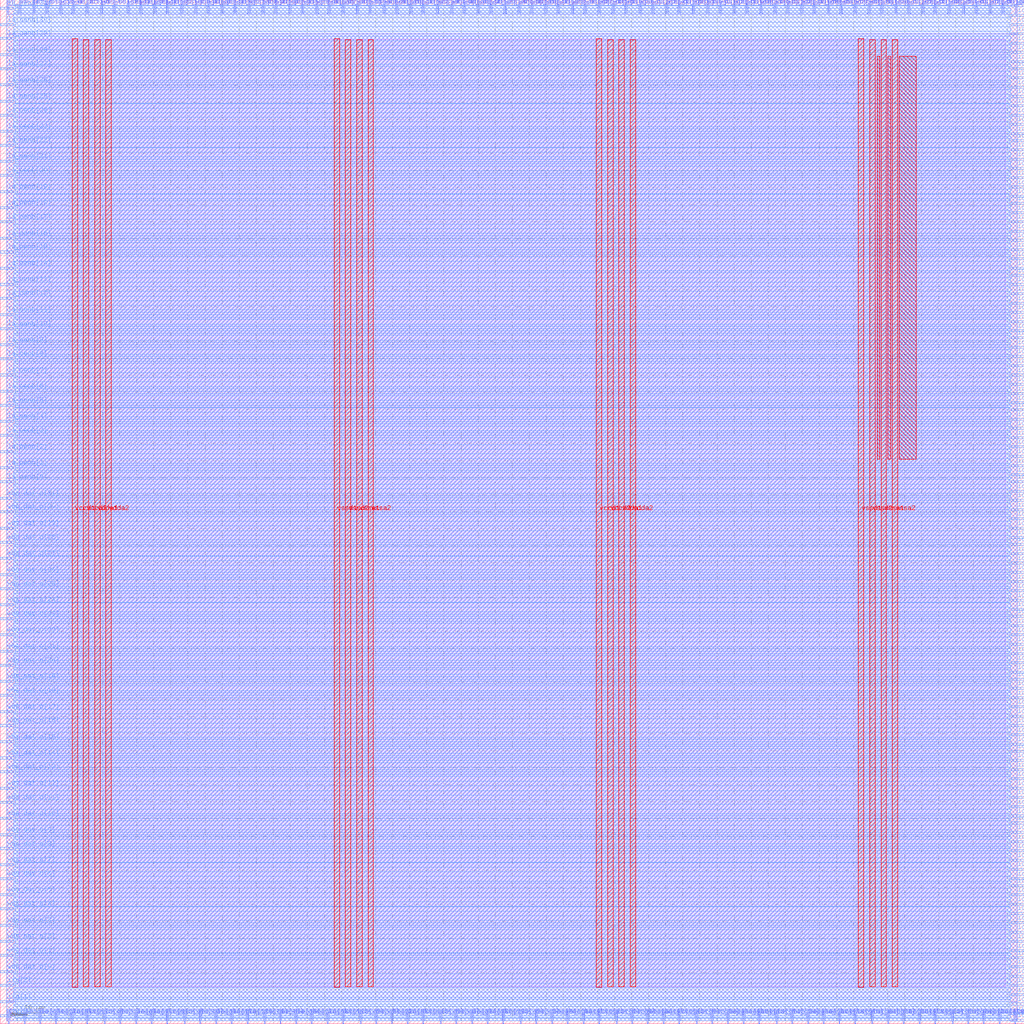
<source format=lef>
VERSION 5.7 ;
  NOWIREEXTENSIONATPIN ON ;
  DIVIDERCHAR "/" ;
  BUSBITCHARS "[]" ;
MACRO wrapped_gfxdemo
  CLASS BLOCK ;
  FOREIGN wrapped_gfxdemo ;
  ORIGIN 0.000 0.000 ;
  SIZE 300.000 BY 300.000 ;
  PIN active
    DIRECTION INPUT ;
    USE SIGNAL ;
    PORT
      LAYER met2 ;
        RECT 25.390 296.000 25.670 300.000 ;
    END
  END active
  PIN io_in[0]
    DIRECTION INPUT ;
    USE SIGNAL ;
    PORT
      LAYER met3 ;
        RECT 296.000 0.720 300.000 1.320 ;
    END
  END io_in[0]
  PIN io_in[10]
    DIRECTION INPUT ;
    USE SIGNAL ;
    PORT
      LAYER met3 ;
        RECT 296.000 79.600 300.000 80.200 ;
    END
  END io_in[10]
  PIN io_in[11]
    DIRECTION INPUT ;
    USE SIGNAL ;
    PORT
      LAYER met3 ;
        RECT 296.000 87.080 300.000 87.680 ;
    END
  END io_in[11]
  PIN io_in[12]
    DIRECTION INPUT ;
    USE SIGNAL ;
    PORT
      LAYER met3 ;
        RECT 296.000 95.240 300.000 95.840 ;
    END
  END io_in[12]
  PIN io_in[13]
    DIRECTION INPUT ;
    USE SIGNAL ;
    PORT
      LAYER met3 ;
        RECT 296.000 102.720 300.000 103.320 ;
    END
  END io_in[13]
  PIN io_in[14]
    DIRECTION INPUT ;
    USE SIGNAL ;
    PORT
      LAYER met3 ;
        RECT 296.000 110.880 300.000 111.480 ;
    END
  END io_in[14]
  PIN io_in[15]
    DIRECTION INPUT ;
    USE SIGNAL ;
    PORT
      LAYER met3 ;
        RECT 296.000 119.040 300.000 119.640 ;
    END
  END io_in[15]
  PIN io_in[16]
    DIRECTION INPUT ;
    USE SIGNAL ;
    PORT
      LAYER met3 ;
        RECT 296.000 126.520 300.000 127.120 ;
    END
  END io_in[16]
  PIN io_in[17]
    DIRECTION INPUT ;
    USE SIGNAL ;
    PORT
      LAYER met3 ;
        RECT 296.000 134.680 300.000 135.280 ;
    END
  END io_in[17]
  PIN io_in[18]
    DIRECTION INPUT ;
    USE SIGNAL ;
    PORT
      LAYER met3 ;
        RECT 296.000 142.160 300.000 142.760 ;
    END
  END io_in[18]
  PIN io_in[19]
    DIRECTION INPUT ;
    USE SIGNAL ;
    PORT
      LAYER met3 ;
        RECT 296.000 150.320 300.000 150.920 ;
    END
  END io_in[19]
  PIN io_in[1]
    DIRECTION INPUT ;
    USE SIGNAL ;
    PORT
      LAYER met3 ;
        RECT 296.000 8.200 300.000 8.800 ;
    END
  END io_in[1]
  PIN io_in[20]
    DIRECTION INPUT ;
    USE SIGNAL ;
    PORT
      LAYER met3 ;
        RECT 296.000 158.480 300.000 159.080 ;
    END
  END io_in[20]
  PIN io_in[21]
    DIRECTION INPUT ;
    USE SIGNAL ;
    PORT
      LAYER met3 ;
        RECT 296.000 165.960 300.000 166.560 ;
    END
  END io_in[21]
  PIN io_in[22]
    DIRECTION INPUT ;
    USE SIGNAL ;
    PORT
      LAYER met3 ;
        RECT 296.000 174.120 300.000 174.720 ;
    END
  END io_in[22]
  PIN io_in[23]
    DIRECTION INPUT ;
    USE SIGNAL ;
    PORT
      LAYER met3 ;
        RECT 296.000 181.600 300.000 182.200 ;
    END
  END io_in[23]
  PIN io_in[24]
    DIRECTION INPUT ;
    USE SIGNAL ;
    PORT
      LAYER met3 ;
        RECT 296.000 189.760 300.000 190.360 ;
    END
  END io_in[24]
  PIN io_in[25]
    DIRECTION INPUT ;
    USE SIGNAL ;
    PORT
      LAYER met3 ;
        RECT 296.000 197.920 300.000 198.520 ;
    END
  END io_in[25]
  PIN io_in[26]
    DIRECTION INPUT ;
    USE SIGNAL ;
    PORT
      LAYER met3 ;
        RECT 296.000 205.400 300.000 206.000 ;
    END
  END io_in[26]
  PIN io_in[27]
    DIRECTION INPUT ;
    USE SIGNAL ;
    PORT
      LAYER met3 ;
        RECT 296.000 213.560 300.000 214.160 ;
    END
  END io_in[27]
  PIN io_in[28]
    DIRECTION INPUT ;
    USE SIGNAL ;
    PORT
      LAYER met3 ;
        RECT 296.000 221.040 300.000 221.640 ;
    END
  END io_in[28]
  PIN io_in[29]
    DIRECTION INPUT ;
    USE SIGNAL ;
    PORT
      LAYER met3 ;
        RECT 296.000 229.200 300.000 229.800 ;
    END
  END io_in[29]
  PIN io_in[2]
    DIRECTION INPUT ;
    USE SIGNAL ;
    PORT
      LAYER met3 ;
        RECT 296.000 16.360 300.000 16.960 ;
    END
  END io_in[2]
  PIN io_in[30]
    DIRECTION INPUT ;
    USE SIGNAL ;
    PORT
      LAYER met3 ;
        RECT 296.000 237.360 300.000 237.960 ;
    END
  END io_in[30]
  PIN io_in[31]
    DIRECTION INPUT ;
    USE SIGNAL ;
    PORT
      LAYER met3 ;
        RECT 296.000 244.840 300.000 245.440 ;
    END
  END io_in[31]
  PIN io_in[32]
    DIRECTION INPUT ;
    USE SIGNAL ;
    PORT
      LAYER met3 ;
        RECT 296.000 253.000 300.000 253.600 ;
    END
  END io_in[32]
  PIN io_in[33]
    DIRECTION INPUT ;
    USE SIGNAL ;
    PORT
      LAYER met3 ;
        RECT 296.000 260.480 300.000 261.080 ;
    END
  END io_in[33]
  PIN io_in[34]
    DIRECTION INPUT ;
    USE SIGNAL ;
    PORT
      LAYER met3 ;
        RECT 296.000 268.640 300.000 269.240 ;
    END
  END io_in[34]
  PIN io_in[35]
    DIRECTION INPUT ;
    USE SIGNAL ;
    PORT
      LAYER met3 ;
        RECT 296.000 276.800 300.000 277.400 ;
    END
  END io_in[35]
  PIN io_in[36]
    DIRECTION INPUT ;
    USE SIGNAL ;
    PORT
      LAYER met3 ;
        RECT 296.000 284.280 300.000 284.880 ;
    END
  END io_in[36]
  PIN io_in[37]
    DIRECTION INPUT ;
    USE SIGNAL ;
    PORT
      LAYER met3 ;
        RECT 296.000 292.440 300.000 293.040 ;
    END
  END io_in[37]
  PIN io_in[3]
    DIRECTION INPUT ;
    USE SIGNAL ;
    PORT
      LAYER met3 ;
        RECT 296.000 23.840 300.000 24.440 ;
    END
  END io_in[3]
  PIN io_in[4]
    DIRECTION INPUT ;
    USE SIGNAL ;
    PORT
      LAYER met3 ;
        RECT 296.000 32.000 300.000 32.600 ;
    END
  END io_in[4]
  PIN io_in[5]
    DIRECTION INPUT ;
    USE SIGNAL ;
    PORT
      LAYER met3 ;
        RECT 296.000 40.160 300.000 40.760 ;
    END
  END io_in[5]
  PIN io_in[6]
    DIRECTION INPUT ;
    USE SIGNAL ;
    PORT
      LAYER met3 ;
        RECT 296.000 47.640 300.000 48.240 ;
    END
  END io_in[6]
  PIN io_in[7]
    DIRECTION INPUT ;
    USE SIGNAL ;
    PORT
      LAYER met3 ;
        RECT 296.000 55.800 300.000 56.400 ;
    END
  END io_in[7]
  PIN io_in[8]
    DIRECTION INPUT ;
    USE SIGNAL ;
    PORT
      LAYER met3 ;
        RECT 296.000 63.280 300.000 63.880 ;
    END
  END io_in[8]
  PIN io_in[9]
    DIRECTION INPUT ;
    USE SIGNAL ;
    PORT
      LAYER met3 ;
        RECT 296.000 71.440 300.000 72.040 ;
    END
  END io_in[9]
  PIN io_oeb[0]
    DIRECTION OUTPUT TRISTATE ;
    USE SIGNAL ;
    PORT
      LAYER met3 ;
        RECT 296.000 5.480 300.000 6.080 ;
    END
  END io_oeb[0]
  PIN io_oeb[10]
    DIRECTION OUTPUT TRISTATE ;
    USE SIGNAL ;
    PORT
      LAYER met3 ;
        RECT 296.000 84.360 300.000 84.960 ;
    END
  END io_oeb[10]
  PIN io_oeb[11]
    DIRECTION OUTPUT TRISTATE ;
    USE SIGNAL ;
    PORT
      LAYER met3 ;
        RECT 296.000 92.520 300.000 93.120 ;
    END
  END io_oeb[11]
  PIN io_oeb[12]
    DIRECTION OUTPUT TRISTATE ;
    USE SIGNAL ;
    PORT
      LAYER met3 ;
        RECT 296.000 100.680 300.000 101.280 ;
    END
  END io_oeb[12]
  PIN io_oeb[13]
    DIRECTION OUTPUT TRISTATE ;
    USE SIGNAL ;
    PORT
      LAYER met3 ;
        RECT 296.000 108.160 300.000 108.760 ;
    END
  END io_oeb[13]
  PIN io_oeb[14]
    DIRECTION OUTPUT TRISTATE ;
    USE SIGNAL ;
    PORT
      LAYER met3 ;
        RECT 296.000 116.320 300.000 116.920 ;
    END
  END io_oeb[14]
  PIN io_oeb[15]
    DIRECTION OUTPUT TRISTATE ;
    USE SIGNAL ;
    PORT
      LAYER met3 ;
        RECT 296.000 123.800 300.000 124.400 ;
    END
  END io_oeb[15]
  PIN io_oeb[16]
    DIRECTION OUTPUT TRISTATE ;
    USE SIGNAL ;
    PORT
      LAYER met3 ;
        RECT 296.000 131.960 300.000 132.560 ;
    END
  END io_oeb[16]
  PIN io_oeb[17]
    DIRECTION OUTPUT TRISTATE ;
    USE SIGNAL ;
    PORT
      LAYER met3 ;
        RECT 296.000 140.120 300.000 140.720 ;
    END
  END io_oeb[17]
  PIN io_oeb[18]
    DIRECTION OUTPUT TRISTATE ;
    USE SIGNAL ;
    PORT
      LAYER met3 ;
        RECT 296.000 147.600 300.000 148.200 ;
    END
  END io_oeb[18]
  PIN io_oeb[19]
    DIRECTION OUTPUT TRISTATE ;
    USE SIGNAL ;
    PORT
      LAYER met3 ;
        RECT 296.000 155.760 300.000 156.360 ;
    END
  END io_oeb[19]
  PIN io_oeb[1]
    DIRECTION OUTPUT TRISTATE ;
    USE SIGNAL ;
    PORT
      LAYER met3 ;
        RECT 296.000 13.640 300.000 14.240 ;
    END
  END io_oeb[1]
  PIN io_oeb[20]
    DIRECTION OUTPUT TRISTATE ;
    USE SIGNAL ;
    PORT
      LAYER met3 ;
        RECT 296.000 163.240 300.000 163.840 ;
    END
  END io_oeb[20]
  PIN io_oeb[21]
    DIRECTION OUTPUT TRISTATE ;
    USE SIGNAL ;
    PORT
      LAYER met3 ;
        RECT 296.000 171.400 300.000 172.000 ;
    END
  END io_oeb[21]
  PIN io_oeb[22]
    DIRECTION OUTPUT TRISTATE ;
    USE SIGNAL ;
    PORT
      LAYER met3 ;
        RECT 296.000 179.560 300.000 180.160 ;
    END
  END io_oeb[22]
  PIN io_oeb[23]
    DIRECTION OUTPUT TRISTATE ;
    USE SIGNAL ;
    PORT
      LAYER met3 ;
        RECT 296.000 187.040 300.000 187.640 ;
    END
  END io_oeb[23]
  PIN io_oeb[24]
    DIRECTION OUTPUT TRISTATE ;
    USE SIGNAL ;
    PORT
      LAYER met3 ;
        RECT 296.000 195.200 300.000 195.800 ;
    END
  END io_oeb[24]
  PIN io_oeb[25]
    DIRECTION OUTPUT TRISTATE ;
    USE SIGNAL ;
    PORT
      LAYER met3 ;
        RECT 296.000 202.680 300.000 203.280 ;
    END
  END io_oeb[25]
  PIN io_oeb[26]
    DIRECTION OUTPUT TRISTATE ;
    USE SIGNAL ;
    PORT
      LAYER met3 ;
        RECT 296.000 210.840 300.000 211.440 ;
    END
  END io_oeb[26]
  PIN io_oeb[27]
    DIRECTION OUTPUT TRISTATE ;
    USE SIGNAL ;
    PORT
      LAYER met3 ;
        RECT 296.000 219.000 300.000 219.600 ;
    END
  END io_oeb[27]
  PIN io_oeb[28]
    DIRECTION OUTPUT TRISTATE ;
    USE SIGNAL ;
    PORT
      LAYER met3 ;
        RECT 296.000 226.480 300.000 227.080 ;
    END
  END io_oeb[28]
  PIN io_oeb[29]
    DIRECTION OUTPUT TRISTATE ;
    USE SIGNAL ;
    PORT
      LAYER met3 ;
        RECT 296.000 234.640 300.000 235.240 ;
    END
  END io_oeb[29]
  PIN io_oeb[2]
    DIRECTION OUTPUT TRISTATE ;
    USE SIGNAL ;
    PORT
      LAYER met3 ;
        RECT 296.000 21.120 300.000 21.720 ;
    END
  END io_oeb[2]
  PIN io_oeb[30]
    DIRECTION OUTPUT TRISTATE ;
    USE SIGNAL ;
    PORT
      LAYER met3 ;
        RECT 296.000 242.120 300.000 242.720 ;
    END
  END io_oeb[30]
  PIN io_oeb[31]
    DIRECTION OUTPUT TRISTATE ;
    USE SIGNAL ;
    PORT
      LAYER met3 ;
        RECT 296.000 250.280 300.000 250.880 ;
    END
  END io_oeb[31]
  PIN io_oeb[32]
    DIRECTION OUTPUT TRISTATE ;
    USE SIGNAL ;
    PORT
      LAYER met3 ;
        RECT 296.000 258.440 300.000 259.040 ;
    END
  END io_oeb[32]
  PIN io_oeb[33]
    DIRECTION OUTPUT TRISTATE ;
    USE SIGNAL ;
    PORT
      LAYER met3 ;
        RECT 296.000 265.920 300.000 266.520 ;
    END
  END io_oeb[33]
  PIN io_oeb[34]
    DIRECTION OUTPUT TRISTATE ;
    USE SIGNAL ;
    PORT
      LAYER met3 ;
        RECT 296.000 274.080 300.000 274.680 ;
    END
  END io_oeb[34]
  PIN io_oeb[35]
    DIRECTION OUTPUT TRISTATE ;
    USE SIGNAL ;
    PORT
      LAYER met3 ;
        RECT 296.000 281.560 300.000 282.160 ;
    END
  END io_oeb[35]
  PIN io_oeb[36]
    DIRECTION OUTPUT TRISTATE ;
    USE SIGNAL ;
    PORT
      LAYER met3 ;
        RECT 296.000 289.720 300.000 290.320 ;
    END
  END io_oeb[36]
  PIN io_oeb[37]
    DIRECTION OUTPUT TRISTATE ;
    USE SIGNAL ;
    PORT
      LAYER met3 ;
        RECT 296.000 297.880 300.000 298.480 ;
    END
  END io_oeb[37]
  PIN io_oeb[3]
    DIRECTION OUTPUT TRISTATE ;
    USE SIGNAL ;
    PORT
      LAYER met3 ;
        RECT 296.000 29.280 300.000 29.880 ;
    END
  END io_oeb[3]
  PIN io_oeb[4]
    DIRECTION OUTPUT TRISTATE ;
    USE SIGNAL ;
    PORT
      LAYER met3 ;
        RECT 296.000 37.440 300.000 38.040 ;
    END
  END io_oeb[4]
  PIN io_oeb[5]
    DIRECTION OUTPUT TRISTATE ;
    USE SIGNAL ;
    PORT
      LAYER met3 ;
        RECT 296.000 44.920 300.000 45.520 ;
    END
  END io_oeb[5]
  PIN io_oeb[6]
    DIRECTION OUTPUT TRISTATE ;
    USE SIGNAL ;
    PORT
      LAYER met3 ;
        RECT 296.000 53.080 300.000 53.680 ;
    END
  END io_oeb[6]
  PIN io_oeb[7]
    DIRECTION OUTPUT TRISTATE ;
    USE SIGNAL ;
    PORT
      LAYER met3 ;
        RECT 296.000 60.560 300.000 61.160 ;
    END
  END io_oeb[7]
  PIN io_oeb[8]
    DIRECTION OUTPUT TRISTATE ;
    USE SIGNAL ;
    PORT
      LAYER met3 ;
        RECT 296.000 68.720 300.000 69.320 ;
    END
  END io_oeb[8]
  PIN io_oeb[9]
    DIRECTION OUTPUT TRISTATE ;
    USE SIGNAL ;
    PORT
      LAYER met3 ;
        RECT 296.000 76.880 300.000 77.480 ;
    END
  END io_oeb[9]
  PIN io_out[0]
    DIRECTION OUTPUT TRISTATE ;
    USE SIGNAL ;
    PORT
      LAYER met3 ;
        RECT 296.000 2.760 300.000 3.360 ;
    END
  END io_out[0]
  PIN io_out[10]
    DIRECTION OUTPUT TRISTATE ;
    USE SIGNAL ;
    PORT
      LAYER met3 ;
        RECT 296.000 81.640 300.000 82.240 ;
    END
  END io_out[10]
  PIN io_out[11]
    DIRECTION OUTPUT TRISTATE ;
    USE SIGNAL ;
    PORT
      LAYER met3 ;
        RECT 296.000 89.800 300.000 90.400 ;
    END
  END io_out[11]
  PIN io_out[12]
    DIRECTION OUTPUT TRISTATE ;
    USE SIGNAL ;
    PORT
      LAYER met3 ;
        RECT 296.000 97.960 300.000 98.560 ;
    END
  END io_out[12]
  PIN io_out[13]
    DIRECTION OUTPUT TRISTATE ;
    USE SIGNAL ;
    PORT
      LAYER met3 ;
        RECT 296.000 105.440 300.000 106.040 ;
    END
  END io_out[13]
  PIN io_out[14]
    DIRECTION OUTPUT TRISTATE ;
    USE SIGNAL ;
    PORT
      LAYER met3 ;
        RECT 296.000 113.600 300.000 114.200 ;
    END
  END io_out[14]
  PIN io_out[15]
    DIRECTION OUTPUT TRISTATE ;
    USE SIGNAL ;
    PORT
      LAYER met3 ;
        RECT 296.000 121.080 300.000 121.680 ;
    END
  END io_out[15]
  PIN io_out[16]
    DIRECTION OUTPUT TRISTATE ;
    USE SIGNAL ;
    PORT
      LAYER met3 ;
        RECT 296.000 129.240 300.000 129.840 ;
    END
  END io_out[16]
  PIN io_out[17]
    DIRECTION OUTPUT TRISTATE ;
    USE SIGNAL ;
    PORT
      LAYER met3 ;
        RECT 296.000 137.400 300.000 138.000 ;
    END
  END io_out[17]
  PIN io_out[18]
    DIRECTION OUTPUT TRISTATE ;
    USE SIGNAL ;
    PORT
      LAYER met3 ;
        RECT 296.000 144.880 300.000 145.480 ;
    END
  END io_out[18]
  PIN io_out[19]
    DIRECTION OUTPUT TRISTATE ;
    USE SIGNAL ;
    PORT
      LAYER met3 ;
        RECT 296.000 153.040 300.000 153.640 ;
    END
  END io_out[19]
  PIN io_out[1]
    DIRECTION OUTPUT TRISTATE ;
    USE SIGNAL ;
    PORT
      LAYER met3 ;
        RECT 296.000 10.920 300.000 11.520 ;
    END
  END io_out[1]
  PIN io_out[20]
    DIRECTION OUTPUT TRISTATE ;
    USE SIGNAL ;
    PORT
      LAYER met3 ;
        RECT 296.000 160.520 300.000 161.120 ;
    END
  END io_out[20]
  PIN io_out[21]
    DIRECTION OUTPUT TRISTATE ;
    USE SIGNAL ;
    PORT
      LAYER met3 ;
        RECT 296.000 168.680 300.000 169.280 ;
    END
  END io_out[21]
  PIN io_out[22]
    DIRECTION OUTPUT TRISTATE ;
    USE SIGNAL ;
    PORT
      LAYER met3 ;
        RECT 296.000 176.840 300.000 177.440 ;
    END
  END io_out[22]
  PIN io_out[23]
    DIRECTION OUTPUT TRISTATE ;
    USE SIGNAL ;
    PORT
      LAYER met3 ;
        RECT 296.000 184.320 300.000 184.920 ;
    END
  END io_out[23]
  PIN io_out[24]
    DIRECTION OUTPUT TRISTATE ;
    USE SIGNAL ;
    PORT
      LAYER met3 ;
        RECT 296.000 192.480 300.000 193.080 ;
    END
  END io_out[24]
  PIN io_out[25]
    DIRECTION OUTPUT TRISTATE ;
    USE SIGNAL ;
    PORT
      LAYER met3 ;
        RECT 296.000 200.640 300.000 201.240 ;
    END
  END io_out[25]
  PIN io_out[26]
    DIRECTION OUTPUT TRISTATE ;
    USE SIGNAL ;
    PORT
      LAYER met3 ;
        RECT 296.000 208.120 300.000 208.720 ;
    END
  END io_out[26]
  PIN io_out[27]
    DIRECTION OUTPUT TRISTATE ;
    USE SIGNAL ;
    PORT
      LAYER met3 ;
        RECT 296.000 216.280 300.000 216.880 ;
    END
  END io_out[27]
  PIN io_out[28]
    DIRECTION OUTPUT TRISTATE ;
    USE SIGNAL ;
    PORT
      LAYER met3 ;
        RECT 296.000 223.760 300.000 224.360 ;
    END
  END io_out[28]
  PIN io_out[29]
    DIRECTION OUTPUT TRISTATE ;
    USE SIGNAL ;
    PORT
      LAYER met3 ;
        RECT 296.000 231.920 300.000 232.520 ;
    END
  END io_out[29]
  PIN io_out[2]
    DIRECTION OUTPUT TRISTATE ;
    USE SIGNAL ;
    PORT
      LAYER met3 ;
        RECT 296.000 19.080 300.000 19.680 ;
    END
  END io_out[2]
  PIN io_out[30]
    DIRECTION OUTPUT TRISTATE ;
    USE SIGNAL ;
    PORT
      LAYER met3 ;
        RECT 296.000 240.080 300.000 240.680 ;
    END
  END io_out[30]
  PIN io_out[31]
    DIRECTION OUTPUT TRISTATE ;
    USE SIGNAL ;
    PORT
      LAYER met3 ;
        RECT 296.000 247.560 300.000 248.160 ;
    END
  END io_out[31]
  PIN io_out[32]
    DIRECTION OUTPUT TRISTATE ;
    USE SIGNAL ;
    PORT
      LAYER met3 ;
        RECT 296.000 255.720 300.000 256.320 ;
    END
  END io_out[32]
  PIN io_out[33]
    DIRECTION OUTPUT TRISTATE ;
    USE SIGNAL ;
    PORT
      LAYER met3 ;
        RECT 296.000 263.200 300.000 263.800 ;
    END
  END io_out[33]
  PIN io_out[34]
    DIRECTION OUTPUT TRISTATE ;
    USE SIGNAL ;
    PORT
      LAYER met3 ;
        RECT 296.000 271.360 300.000 271.960 ;
    END
  END io_out[34]
  PIN io_out[35]
    DIRECTION OUTPUT TRISTATE ;
    USE SIGNAL ;
    PORT
      LAYER met3 ;
        RECT 296.000 279.520 300.000 280.120 ;
    END
  END io_out[35]
  PIN io_out[36]
    DIRECTION OUTPUT TRISTATE ;
    USE SIGNAL ;
    PORT
      LAYER met3 ;
        RECT 296.000 287.000 300.000 287.600 ;
    END
  END io_out[36]
  PIN io_out[37]
    DIRECTION OUTPUT TRISTATE ;
    USE SIGNAL ;
    PORT
      LAYER met3 ;
        RECT 296.000 295.160 300.000 295.760 ;
    END
  END io_out[37]
  PIN io_out[3]
    DIRECTION OUTPUT TRISTATE ;
    USE SIGNAL ;
    PORT
      LAYER met3 ;
        RECT 296.000 26.560 300.000 27.160 ;
    END
  END io_out[3]
  PIN io_out[4]
    DIRECTION OUTPUT TRISTATE ;
    USE SIGNAL ;
    PORT
      LAYER met3 ;
        RECT 296.000 34.720 300.000 35.320 ;
    END
  END io_out[4]
  PIN io_out[5]
    DIRECTION OUTPUT TRISTATE ;
    USE SIGNAL ;
    PORT
      LAYER met3 ;
        RECT 296.000 42.200 300.000 42.800 ;
    END
  END io_out[5]
  PIN io_out[6]
    DIRECTION OUTPUT TRISTATE ;
    USE SIGNAL ;
    PORT
      LAYER met3 ;
        RECT 296.000 50.360 300.000 50.960 ;
    END
  END io_out[6]
  PIN io_out[7]
    DIRECTION OUTPUT TRISTATE ;
    USE SIGNAL ;
    PORT
      LAYER met3 ;
        RECT 296.000 58.520 300.000 59.120 ;
    END
  END io_out[7]
  PIN io_out[8]
    DIRECTION OUTPUT TRISTATE ;
    USE SIGNAL ;
    PORT
      LAYER met3 ;
        RECT 296.000 66.000 300.000 66.600 ;
    END
  END io_out[8]
  PIN io_out[9]
    DIRECTION OUTPUT TRISTATE ;
    USE SIGNAL ;
    PORT
      LAYER met3 ;
        RECT 296.000 74.160 300.000 74.760 ;
    END
  END io_out[9]
  PIN irq[0]
    DIRECTION OUTPUT TRISTATE ;
    USE SIGNAL ;
    PORT
      LAYER met3 ;
        RECT 0.000 2.080 4.000 2.680 ;
    END
  END irq[0]
  PIN irq[1]
    DIRECTION OUTPUT TRISTATE ;
    USE SIGNAL ;
    PORT
      LAYER met3 ;
        RECT 0.000 6.160 4.000 6.760 ;
    END
  END irq[1]
  PIN irq[2]
    DIRECTION OUTPUT TRISTATE ;
    USE SIGNAL ;
    PORT
      LAYER met3 ;
        RECT 0.000 10.920 4.000 11.520 ;
    END
  END irq[2]
  PIN la_data_in[0]
    DIRECTION INPUT ;
    USE SIGNAL ;
    PORT
      LAYER met2 ;
        RECT 2.390 0.000 2.670 4.000 ;
    END
  END la_data_in[0]
  PIN la_data_in[10]
    DIRECTION INPUT ;
    USE SIGNAL ;
    PORT
      LAYER met2 ;
        RECT 48.850 0.000 49.130 4.000 ;
    END
  END la_data_in[10]
  PIN la_data_in[11]
    DIRECTION INPUT ;
    USE SIGNAL ;
    PORT
      LAYER met2 ;
        RECT 53.910 0.000 54.190 4.000 ;
    END
  END la_data_in[11]
  PIN la_data_in[12]
    DIRECTION INPUT ;
    USE SIGNAL ;
    PORT
      LAYER met2 ;
        RECT 58.510 0.000 58.790 4.000 ;
    END
  END la_data_in[12]
  PIN la_data_in[13]
    DIRECTION INPUT ;
    USE SIGNAL ;
    PORT
      LAYER met2 ;
        RECT 63.110 0.000 63.390 4.000 ;
    END
  END la_data_in[13]
  PIN la_data_in[14]
    DIRECTION INPUT ;
    USE SIGNAL ;
    PORT
      LAYER met2 ;
        RECT 67.710 0.000 67.990 4.000 ;
    END
  END la_data_in[14]
  PIN la_data_in[15]
    DIRECTION INPUT ;
    USE SIGNAL ;
    PORT
      LAYER met2 ;
        RECT 72.310 0.000 72.590 4.000 ;
    END
  END la_data_in[15]
  PIN la_data_in[16]
    DIRECTION INPUT ;
    USE SIGNAL ;
    PORT
      LAYER met2 ;
        RECT 77.370 0.000 77.650 4.000 ;
    END
  END la_data_in[16]
  PIN la_data_in[17]
    DIRECTION INPUT ;
    USE SIGNAL ;
    PORT
      LAYER met2 ;
        RECT 81.970 0.000 82.250 4.000 ;
    END
  END la_data_in[17]
  PIN la_data_in[18]
    DIRECTION INPUT ;
    USE SIGNAL ;
    PORT
      LAYER met2 ;
        RECT 86.570 0.000 86.850 4.000 ;
    END
  END la_data_in[18]
  PIN la_data_in[19]
    DIRECTION INPUT ;
    USE SIGNAL ;
    PORT
      LAYER met2 ;
        RECT 91.170 0.000 91.450 4.000 ;
    END
  END la_data_in[19]
  PIN la_data_in[1]
    DIRECTION INPUT ;
    USE SIGNAL ;
    PORT
      LAYER met2 ;
        RECT 6.990 0.000 7.270 4.000 ;
    END
  END la_data_in[1]
  PIN la_data_in[20]
    DIRECTION INPUT ;
    USE SIGNAL ;
    PORT
      LAYER met2 ;
        RECT 95.770 0.000 96.050 4.000 ;
    END
  END la_data_in[20]
  PIN la_data_in[21]
    DIRECTION INPUT ;
    USE SIGNAL ;
    PORT
      LAYER met2 ;
        RECT 100.370 0.000 100.650 4.000 ;
    END
  END la_data_in[21]
  PIN la_data_in[22]
    DIRECTION INPUT ;
    USE SIGNAL ;
    PORT
      LAYER met2 ;
        RECT 105.430 0.000 105.710 4.000 ;
    END
  END la_data_in[22]
  PIN la_data_in[23]
    DIRECTION INPUT ;
    USE SIGNAL ;
    PORT
      LAYER met2 ;
        RECT 110.030 0.000 110.310 4.000 ;
    END
  END la_data_in[23]
  PIN la_data_in[24]
    DIRECTION INPUT ;
    USE SIGNAL ;
    PORT
      LAYER met2 ;
        RECT 114.630 0.000 114.910 4.000 ;
    END
  END la_data_in[24]
  PIN la_data_in[25]
    DIRECTION INPUT ;
    USE SIGNAL ;
    PORT
      LAYER met2 ;
        RECT 119.230 0.000 119.510 4.000 ;
    END
  END la_data_in[25]
  PIN la_data_in[26]
    DIRECTION INPUT ;
    USE SIGNAL ;
    PORT
      LAYER met2 ;
        RECT 123.830 0.000 124.110 4.000 ;
    END
  END la_data_in[26]
  PIN la_data_in[27]
    DIRECTION INPUT ;
    USE SIGNAL ;
    PORT
      LAYER met2 ;
        RECT 128.890 0.000 129.170 4.000 ;
    END
  END la_data_in[27]
  PIN la_data_in[28]
    DIRECTION INPUT ;
    USE SIGNAL ;
    PORT
      LAYER met2 ;
        RECT 133.490 0.000 133.770 4.000 ;
    END
  END la_data_in[28]
  PIN la_data_in[29]
    DIRECTION INPUT ;
    USE SIGNAL ;
    PORT
      LAYER met2 ;
        RECT 138.090 0.000 138.370 4.000 ;
    END
  END la_data_in[29]
  PIN la_data_in[2]
    DIRECTION INPUT ;
    USE SIGNAL ;
    PORT
      LAYER met2 ;
        RECT 11.590 0.000 11.870 4.000 ;
    END
  END la_data_in[2]
  PIN la_data_in[30]
    DIRECTION INPUT ;
    USE SIGNAL ;
    PORT
      LAYER met2 ;
        RECT 142.690 0.000 142.970 4.000 ;
    END
  END la_data_in[30]
  PIN la_data_in[31]
    DIRECTION INPUT ;
    USE SIGNAL ;
    PORT
      LAYER met2 ;
        RECT 147.290 0.000 147.570 4.000 ;
    END
  END la_data_in[31]
  PIN la_data_in[3]
    DIRECTION INPUT ;
    USE SIGNAL ;
    PORT
      LAYER met2 ;
        RECT 16.190 0.000 16.470 4.000 ;
    END
  END la_data_in[3]
  PIN la_data_in[4]
    DIRECTION INPUT ;
    USE SIGNAL ;
    PORT
      LAYER met2 ;
        RECT 20.790 0.000 21.070 4.000 ;
    END
  END la_data_in[4]
  PIN la_data_in[5]
    DIRECTION INPUT ;
    USE SIGNAL ;
    PORT
      LAYER met2 ;
        RECT 25.390 0.000 25.670 4.000 ;
    END
  END la_data_in[5]
  PIN la_data_in[6]
    DIRECTION INPUT ;
    USE SIGNAL ;
    PORT
      LAYER met2 ;
        RECT 30.450 0.000 30.730 4.000 ;
    END
  END la_data_in[6]
  PIN la_data_in[7]
    DIRECTION INPUT ;
    USE SIGNAL ;
    PORT
      LAYER met2 ;
        RECT 35.050 0.000 35.330 4.000 ;
    END
  END la_data_in[7]
  PIN la_data_in[8]
    DIRECTION INPUT ;
    USE SIGNAL ;
    PORT
      LAYER met2 ;
        RECT 39.650 0.000 39.930 4.000 ;
    END
  END la_data_in[8]
  PIN la_data_in[9]
    DIRECTION INPUT ;
    USE SIGNAL ;
    PORT
      LAYER met2 ;
        RECT 44.250 0.000 44.530 4.000 ;
    END
  END la_data_in[9]
  PIN la_data_out[0]
    DIRECTION OUTPUT TRISTATE ;
    USE SIGNAL ;
    PORT
      LAYER met2 ;
        RECT 152.350 0.000 152.630 4.000 ;
    END
  END la_data_out[0]
  PIN la_data_out[10]
    DIRECTION OUTPUT TRISTATE ;
    USE SIGNAL ;
    PORT
      LAYER met2 ;
        RECT 198.810 0.000 199.090 4.000 ;
    END
  END la_data_out[10]
  PIN la_data_out[11]
    DIRECTION OUTPUT TRISTATE ;
    USE SIGNAL ;
    PORT
      LAYER met2 ;
        RECT 203.870 0.000 204.150 4.000 ;
    END
  END la_data_out[11]
  PIN la_data_out[12]
    DIRECTION OUTPUT TRISTATE ;
    USE SIGNAL ;
    PORT
      LAYER met2 ;
        RECT 208.470 0.000 208.750 4.000 ;
    END
  END la_data_out[12]
  PIN la_data_out[13]
    DIRECTION OUTPUT TRISTATE ;
    USE SIGNAL ;
    PORT
      LAYER met2 ;
        RECT 213.070 0.000 213.350 4.000 ;
    END
  END la_data_out[13]
  PIN la_data_out[14]
    DIRECTION OUTPUT TRISTATE ;
    USE SIGNAL ;
    PORT
      LAYER met2 ;
        RECT 217.670 0.000 217.950 4.000 ;
    END
  END la_data_out[14]
  PIN la_data_out[15]
    DIRECTION OUTPUT TRISTATE ;
    USE SIGNAL ;
    PORT
      LAYER met2 ;
        RECT 222.270 0.000 222.550 4.000 ;
    END
  END la_data_out[15]
  PIN la_data_out[16]
    DIRECTION OUTPUT TRISTATE ;
    USE SIGNAL ;
    PORT
      LAYER met2 ;
        RECT 227.330 0.000 227.610 4.000 ;
    END
  END la_data_out[16]
  PIN la_data_out[17]
    DIRECTION OUTPUT TRISTATE ;
    USE SIGNAL ;
    PORT
      LAYER met2 ;
        RECT 231.930 0.000 232.210 4.000 ;
    END
  END la_data_out[17]
  PIN la_data_out[18]
    DIRECTION OUTPUT TRISTATE ;
    USE SIGNAL ;
    PORT
      LAYER met2 ;
        RECT 236.530 0.000 236.810 4.000 ;
    END
  END la_data_out[18]
  PIN la_data_out[19]
    DIRECTION OUTPUT TRISTATE ;
    USE SIGNAL ;
    PORT
      LAYER met2 ;
        RECT 241.130 0.000 241.410 4.000 ;
    END
  END la_data_out[19]
  PIN la_data_out[1]
    DIRECTION OUTPUT TRISTATE ;
    USE SIGNAL ;
    PORT
      LAYER met2 ;
        RECT 156.950 0.000 157.230 4.000 ;
    END
  END la_data_out[1]
  PIN la_data_out[20]
    DIRECTION OUTPUT TRISTATE ;
    USE SIGNAL ;
    PORT
      LAYER met2 ;
        RECT 245.730 0.000 246.010 4.000 ;
    END
  END la_data_out[20]
  PIN la_data_out[21]
    DIRECTION OUTPUT TRISTATE ;
    USE SIGNAL ;
    PORT
      LAYER met2 ;
        RECT 250.330 0.000 250.610 4.000 ;
    END
  END la_data_out[21]
  PIN la_data_out[22]
    DIRECTION OUTPUT TRISTATE ;
    USE SIGNAL ;
    PORT
      LAYER met2 ;
        RECT 255.390 0.000 255.670 4.000 ;
    END
  END la_data_out[22]
  PIN la_data_out[23]
    DIRECTION OUTPUT TRISTATE ;
    USE SIGNAL ;
    PORT
      LAYER met2 ;
        RECT 259.990 0.000 260.270 4.000 ;
    END
  END la_data_out[23]
  PIN la_data_out[24]
    DIRECTION OUTPUT TRISTATE ;
    USE SIGNAL ;
    PORT
      LAYER met2 ;
        RECT 264.590 0.000 264.870 4.000 ;
    END
  END la_data_out[24]
  PIN la_data_out[25]
    DIRECTION OUTPUT TRISTATE ;
    USE SIGNAL ;
    PORT
      LAYER met2 ;
        RECT 269.190 0.000 269.470 4.000 ;
    END
  END la_data_out[25]
  PIN la_data_out[26]
    DIRECTION OUTPUT TRISTATE ;
    USE SIGNAL ;
    PORT
      LAYER met2 ;
        RECT 273.790 0.000 274.070 4.000 ;
    END
  END la_data_out[26]
  PIN la_data_out[27]
    DIRECTION OUTPUT TRISTATE ;
    USE SIGNAL ;
    PORT
      LAYER met2 ;
        RECT 278.850 0.000 279.130 4.000 ;
    END
  END la_data_out[27]
  PIN la_data_out[28]
    DIRECTION OUTPUT TRISTATE ;
    USE SIGNAL ;
    PORT
      LAYER met2 ;
        RECT 283.450 0.000 283.730 4.000 ;
    END
  END la_data_out[28]
  PIN la_data_out[29]
    DIRECTION OUTPUT TRISTATE ;
    USE SIGNAL ;
    PORT
      LAYER met2 ;
        RECT 288.050 0.000 288.330 4.000 ;
    END
  END la_data_out[29]
  PIN la_data_out[2]
    DIRECTION OUTPUT TRISTATE ;
    USE SIGNAL ;
    PORT
      LAYER met2 ;
        RECT 161.550 0.000 161.830 4.000 ;
    END
  END la_data_out[2]
  PIN la_data_out[30]
    DIRECTION OUTPUT TRISTATE ;
    USE SIGNAL ;
    PORT
      LAYER met2 ;
        RECT 292.650 0.000 292.930 4.000 ;
    END
  END la_data_out[30]
  PIN la_data_out[31]
    DIRECTION OUTPUT TRISTATE ;
    USE SIGNAL ;
    PORT
      LAYER met2 ;
        RECT 297.250 0.000 297.530 4.000 ;
    END
  END la_data_out[31]
  PIN la_data_out[3]
    DIRECTION OUTPUT TRISTATE ;
    USE SIGNAL ;
    PORT
      LAYER met2 ;
        RECT 166.150 0.000 166.430 4.000 ;
    END
  END la_data_out[3]
  PIN la_data_out[4]
    DIRECTION OUTPUT TRISTATE ;
    USE SIGNAL ;
    PORT
      LAYER met2 ;
        RECT 170.750 0.000 171.030 4.000 ;
    END
  END la_data_out[4]
  PIN la_data_out[5]
    DIRECTION OUTPUT TRISTATE ;
    USE SIGNAL ;
    PORT
      LAYER met2 ;
        RECT 175.350 0.000 175.630 4.000 ;
    END
  END la_data_out[5]
  PIN la_data_out[6]
    DIRECTION OUTPUT TRISTATE ;
    USE SIGNAL ;
    PORT
      LAYER met2 ;
        RECT 180.410 0.000 180.690 4.000 ;
    END
  END la_data_out[6]
  PIN la_data_out[7]
    DIRECTION OUTPUT TRISTATE ;
    USE SIGNAL ;
    PORT
      LAYER met2 ;
        RECT 185.010 0.000 185.290 4.000 ;
    END
  END la_data_out[7]
  PIN la_data_out[8]
    DIRECTION OUTPUT TRISTATE ;
    USE SIGNAL ;
    PORT
      LAYER met2 ;
        RECT 189.610 0.000 189.890 4.000 ;
    END
  END la_data_out[8]
  PIN la_data_out[9]
    DIRECTION OUTPUT TRISTATE ;
    USE SIGNAL ;
    PORT
      LAYER met2 ;
        RECT 194.210 0.000 194.490 4.000 ;
    END
  END la_data_out[9]
  PIN la_oenb[0]
    DIRECTION INPUT ;
    USE SIGNAL ;
    PORT
      LAYER met3 ;
        RECT 0.000 158.480 4.000 159.080 ;
    END
  END la_oenb[0]
  PIN la_oenb[10]
    DIRECTION INPUT ;
    USE SIGNAL ;
    PORT
      LAYER met3 ;
        RECT 0.000 203.360 4.000 203.960 ;
    END
  END la_oenb[10]
  PIN la_oenb[11]
    DIRECTION INPUT ;
    USE SIGNAL ;
    PORT
      LAYER met3 ;
        RECT 0.000 207.440 4.000 208.040 ;
    END
  END la_oenb[11]
  PIN la_oenb[12]
    DIRECTION INPUT ;
    USE SIGNAL ;
    PORT
      LAYER met3 ;
        RECT 0.000 212.200 4.000 212.800 ;
    END
  END la_oenb[12]
  PIN la_oenb[13]
    DIRECTION INPUT ;
    USE SIGNAL ;
    PORT
      LAYER met3 ;
        RECT 0.000 216.280 4.000 216.880 ;
    END
  END la_oenb[13]
  PIN la_oenb[14]
    DIRECTION INPUT ;
    USE SIGNAL ;
    PORT
      LAYER met3 ;
        RECT 0.000 221.040 4.000 221.640 ;
    END
  END la_oenb[14]
  PIN la_oenb[15]
    DIRECTION INPUT ;
    USE SIGNAL ;
    PORT
      LAYER met3 ;
        RECT 0.000 225.800 4.000 226.400 ;
    END
  END la_oenb[15]
  PIN la_oenb[16]
    DIRECTION INPUT ;
    USE SIGNAL ;
    PORT
      LAYER met3 ;
        RECT 0.000 229.880 4.000 230.480 ;
    END
  END la_oenb[16]
  PIN la_oenb[17]
    DIRECTION INPUT ;
    USE SIGNAL ;
    PORT
      LAYER met3 ;
        RECT 0.000 234.640 4.000 235.240 ;
    END
  END la_oenb[17]
  PIN la_oenb[18]
    DIRECTION INPUT ;
    USE SIGNAL ;
    PORT
      LAYER met3 ;
        RECT 0.000 238.720 4.000 239.320 ;
    END
  END la_oenb[18]
  PIN la_oenb[19]
    DIRECTION INPUT ;
    USE SIGNAL ;
    PORT
      LAYER met3 ;
        RECT 0.000 243.480 4.000 244.080 ;
    END
  END la_oenb[19]
  PIN la_oenb[1]
    DIRECTION INPUT ;
    USE SIGNAL ;
    PORT
      LAYER met3 ;
        RECT 0.000 162.560 4.000 163.160 ;
    END
  END la_oenb[1]
  PIN la_oenb[20]
    DIRECTION INPUT ;
    USE SIGNAL ;
    PORT
      LAYER met3 ;
        RECT 0.000 248.240 4.000 248.840 ;
    END
  END la_oenb[20]
  PIN la_oenb[21]
    DIRECTION INPUT ;
    USE SIGNAL ;
    PORT
      LAYER met3 ;
        RECT 0.000 252.320 4.000 252.920 ;
    END
  END la_oenb[21]
  PIN la_oenb[22]
    DIRECTION INPUT ;
    USE SIGNAL ;
    PORT
      LAYER met3 ;
        RECT 0.000 257.080 4.000 257.680 ;
    END
  END la_oenb[22]
  PIN la_oenb[23]
    DIRECTION INPUT ;
    USE SIGNAL ;
    PORT
      LAYER met3 ;
        RECT 0.000 261.160 4.000 261.760 ;
    END
  END la_oenb[23]
  PIN la_oenb[24]
    DIRECTION INPUT ;
    USE SIGNAL ;
    PORT
      LAYER met3 ;
        RECT 0.000 265.920 4.000 266.520 ;
    END
  END la_oenb[24]
  PIN la_oenb[25]
    DIRECTION INPUT ;
    USE SIGNAL ;
    PORT
      LAYER met3 ;
        RECT 0.000 270.000 4.000 270.600 ;
    END
  END la_oenb[25]
  PIN la_oenb[26]
    DIRECTION INPUT ;
    USE SIGNAL ;
    PORT
      LAYER met3 ;
        RECT 0.000 274.760 4.000 275.360 ;
    END
  END la_oenb[26]
  PIN la_oenb[27]
    DIRECTION INPUT ;
    USE SIGNAL ;
    PORT
      LAYER met3 ;
        RECT 0.000 279.520 4.000 280.120 ;
    END
  END la_oenb[27]
  PIN la_oenb[28]
    DIRECTION INPUT ;
    USE SIGNAL ;
    PORT
      LAYER met3 ;
        RECT 0.000 283.600 4.000 284.200 ;
    END
  END la_oenb[28]
  PIN la_oenb[29]
    DIRECTION INPUT ;
    USE SIGNAL ;
    PORT
      LAYER met3 ;
        RECT 0.000 288.360 4.000 288.960 ;
    END
  END la_oenb[29]
  PIN la_oenb[2]
    DIRECTION INPUT ;
    USE SIGNAL ;
    PORT
      LAYER met3 ;
        RECT 0.000 167.320 4.000 167.920 ;
    END
  END la_oenb[2]
  PIN la_oenb[30]
    DIRECTION INPUT ;
    USE SIGNAL ;
    PORT
      LAYER met3 ;
        RECT 0.000 292.440 4.000 293.040 ;
    END
  END la_oenb[30]
  PIN la_oenb[31]
    DIRECTION INPUT ;
    USE SIGNAL ;
    PORT
      LAYER met3 ;
        RECT 0.000 297.200 4.000 297.800 ;
    END
  END la_oenb[31]
  PIN la_oenb[3]
    DIRECTION INPUT ;
    USE SIGNAL ;
    PORT
      LAYER met3 ;
        RECT 0.000 172.080 4.000 172.680 ;
    END
  END la_oenb[3]
  PIN la_oenb[4]
    DIRECTION INPUT ;
    USE SIGNAL ;
    PORT
      LAYER met3 ;
        RECT 0.000 176.160 4.000 176.760 ;
    END
  END la_oenb[4]
  PIN la_oenb[5]
    DIRECTION INPUT ;
    USE SIGNAL ;
    PORT
      LAYER met3 ;
        RECT 0.000 180.920 4.000 181.520 ;
    END
  END la_oenb[5]
  PIN la_oenb[6]
    DIRECTION INPUT ;
    USE SIGNAL ;
    PORT
      LAYER met3 ;
        RECT 0.000 185.000 4.000 185.600 ;
    END
  END la_oenb[6]
  PIN la_oenb[7]
    DIRECTION INPUT ;
    USE SIGNAL ;
    PORT
      LAYER met3 ;
        RECT 0.000 189.760 4.000 190.360 ;
    END
  END la_oenb[7]
  PIN la_oenb[8]
    DIRECTION INPUT ;
    USE SIGNAL ;
    PORT
      LAYER met3 ;
        RECT 0.000 194.520 4.000 195.120 ;
    END
  END la_oenb[8]
  PIN la_oenb[9]
    DIRECTION INPUT ;
    USE SIGNAL ;
    PORT
      LAYER met3 ;
        RECT 0.000 198.600 4.000 199.200 ;
    END
  END la_oenb[9]
  PIN user_clock2
    DIRECTION INPUT ;
    USE SIGNAL ;
    PORT
      LAYER met2 ;
        RECT 297.710 296.000 297.990 300.000 ;
    END
  END user_clock2
  PIN wb_clk_i
    DIRECTION INPUT ;
    USE SIGNAL ;
    PORT
      LAYER met2 ;
        RECT 1.930 296.000 2.210 300.000 ;
    END
  END wb_clk_i
  PIN wb_rst_i
    DIRECTION INPUT ;
    USE SIGNAL ;
    PORT
      LAYER met2 ;
        RECT 5.610 296.000 5.890 300.000 ;
    END
  END wb_rst_i
  PIN wbs_ack_o
    DIRECTION OUTPUT TRISTATE ;
    USE SIGNAL ;
    PORT
      LAYER met2 ;
        RECT 21.250 296.000 21.530 300.000 ;
    END
  END wbs_ack_o
  PIN wbs_adr_i[0]
    DIRECTION INPUT ;
    USE SIGNAL ;
    PORT
      LAYER met2 ;
        RECT 45.170 296.000 45.450 300.000 ;
    END
  END wbs_adr_i[0]
  PIN wbs_adr_i[10]
    DIRECTION INPUT ;
    USE SIGNAL ;
    PORT
      LAYER met2 ;
        RECT 84.730 296.000 85.010 300.000 ;
    END
  END wbs_adr_i[10]
  PIN wbs_adr_i[11]
    DIRECTION INPUT ;
    USE SIGNAL ;
    PORT
      LAYER met2 ;
        RECT 88.410 296.000 88.690 300.000 ;
    END
  END wbs_adr_i[11]
  PIN wbs_adr_i[12]
    DIRECTION INPUT ;
    USE SIGNAL ;
    PORT
      LAYER met2 ;
        RECT 92.550 296.000 92.830 300.000 ;
    END
  END wbs_adr_i[12]
  PIN wbs_adr_i[13]
    DIRECTION INPUT ;
    USE SIGNAL ;
    PORT
      LAYER met2 ;
        RECT 96.230 296.000 96.510 300.000 ;
    END
  END wbs_adr_i[13]
  PIN wbs_adr_i[14]
    DIRECTION INPUT ;
    USE SIGNAL ;
    PORT
      LAYER met2 ;
        RECT 100.370 296.000 100.650 300.000 ;
    END
  END wbs_adr_i[14]
  PIN wbs_adr_i[15]
    DIRECTION INPUT ;
    USE SIGNAL ;
    PORT
      LAYER met2 ;
        RECT 104.510 296.000 104.790 300.000 ;
    END
  END wbs_adr_i[15]
  PIN wbs_adr_i[16]
    DIRECTION INPUT ;
    USE SIGNAL ;
    PORT
      LAYER met2 ;
        RECT 108.190 296.000 108.470 300.000 ;
    END
  END wbs_adr_i[16]
  PIN wbs_adr_i[17]
    DIRECTION INPUT ;
    USE SIGNAL ;
    PORT
      LAYER met2 ;
        RECT 112.330 296.000 112.610 300.000 ;
    END
  END wbs_adr_i[17]
  PIN wbs_adr_i[18]
    DIRECTION INPUT ;
    USE SIGNAL ;
    PORT
      LAYER met2 ;
        RECT 116.010 296.000 116.290 300.000 ;
    END
  END wbs_adr_i[18]
  PIN wbs_adr_i[19]
    DIRECTION INPUT ;
    USE SIGNAL ;
    PORT
      LAYER met2 ;
        RECT 120.150 296.000 120.430 300.000 ;
    END
  END wbs_adr_i[19]
  PIN wbs_adr_i[1]
    DIRECTION INPUT ;
    USE SIGNAL ;
    PORT
      LAYER met2 ;
        RECT 48.850 296.000 49.130 300.000 ;
    END
  END wbs_adr_i[1]
  PIN wbs_adr_i[20]
    DIRECTION INPUT ;
    USE SIGNAL ;
    PORT
      LAYER met2 ;
        RECT 123.830 296.000 124.110 300.000 ;
    END
  END wbs_adr_i[20]
  PIN wbs_adr_i[21]
    DIRECTION INPUT ;
    USE SIGNAL ;
    PORT
      LAYER met2 ;
        RECT 127.970 296.000 128.250 300.000 ;
    END
  END wbs_adr_i[21]
  PIN wbs_adr_i[22]
    DIRECTION INPUT ;
    USE SIGNAL ;
    PORT
      LAYER met2 ;
        RECT 132.110 296.000 132.390 300.000 ;
    END
  END wbs_adr_i[22]
  PIN wbs_adr_i[23]
    DIRECTION INPUT ;
    USE SIGNAL ;
    PORT
      LAYER met2 ;
        RECT 135.790 296.000 136.070 300.000 ;
    END
  END wbs_adr_i[23]
  PIN wbs_adr_i[24]
    DIRECTION INPUT ;
    USE SIGNAL ;
    PORT
      LAYER met2 ;
        RECT 139.930 296.000 140.210 300.000 ;
    END
  END wbs_adr_i[24]
  PIN wbs_adr_i[25]
    DIRECTION INPUT ;
    USE SIGNAL ;
    PORT
      LAYER met2 ;
        RECT 143.610 296.000 143.890 300.000 ;
    END
  END wbs_adr_i[25]
  PIN wbs_adr_i[26]
    DIRECTION INPUT ;
    USE SIGNAL ;
    PORT
      LAYER met2 ;
        RECT 147.750 296.000 148.030 300.000 ;
    END
  END wbs_adr_i[26]
  PIN wbs_adr_i[27]
    DIRECTION INPUT ;
    USE SIGNAL ;
    PORT
      LAYER met2 ;
        RECT 151.890 296.000 152.170 300.000 ;
    END
  END wbs_adr_i[27]
  PIN wbs_adr_i[28]
    DIRECTION INPUT ;
    USE SIGNAL ;
    PORT
      LAYER met2 ;
        RECT 155.570 296.000 155.850 300.000 ;
    END
  END wbs_adr_i[28]
  PIN wbs_adr_i[29]
    DIRECTION INPUT ;
    USE SIGNAL ;
    PORT
      LAYER met2 ;
        RECT 159.710 296.000 159.990 300.000 ;
    END
  END wbs_adr_i[29]
  PIN wbs_adr_i[2]
    DIRECTION INPUT ;
    USE SIGNAL ;
    PORT
      LAYER met2 ;
        RECT 52.990 296.000 53.270 300.000 ;
    END
  END wbs_adr_i[2]
  PIN wbs_adr_i[30]
    DIRECTION INPUT ;
    USE SIGNAL ;
    PORT
      LAYER met2 ;
        RECT 163.390 296.000 163.670 300.000 ;
    END
  END wbs_adr_i[30]
  PIN wbs_adr_i[31]
    DIRECTION INPUT ;
    USE SIGNAL ;
    PORT
      LAYER met2 ;
        RECT 167.530 296.000 167.810 300.000 ;
    END
  END wbs_adr_i[31]
  PIN wbs_adr_i[3]
    DIRECTION INPUT ;
    USE SIGNAL ;
    PORT
      LAYER met2 ;
        RECT 57.130 296.000 57.410 300.000 ;
    END
  END wbs_adr_i[3]
  PIN wbs_adr_i[4]
    DIRECTION INPUT ;
    USE SIGNAL ;
    PORT
      LAYER met2 ;
        RECT 60.810 296.000 61.090 300.000 ;
    END
  END wbs_adr_i[4]
  PIN wbs_adr_i[5]
    DIRECTION INPUT ;
    USE SIGNAL ;
    PORT
      LAYER met2 ;
        RECT 64.950 296.000 65.230 300.000 ;
    END
  END wbs_adr_i[5]
  PIN wbs_adr_i[6]
    DIRECTION INPUT ;
    USE SIGNAL ;
    PORT
      LAYER met2 ;
        RECT 68.630 296.000 68.910 300.000 ;
    END
  END wbs_adr_i[6]
  PIN wbs_adr_i[7]
    DIRECTION INPUT ;
    USE SIGNAL ;
    PORT
      LAYER met2 ;
        RECT 72.770 296.000 73.050 300.000 ;
    END
  END wbs_adr_i[7]
  PIN wbs_adr_i[8]
    DIRECTION INPUT ;
    USE SIGNAL ;
    PORT
      LAYER met2 ;
        RECT 76.910 296.000 77.190 300.000 ;
    END
  END wbs_adr_i[8]
  PIN wbs_adr_i[9]
    DIRECTION INPUT ;
    USE SIGNAL ;
    PORT
      LAYER met2 ;
        RECT 80.590 296.000 80.870 300.000 ;
    END
  END wbs_adr_i[9]
  PIN wbs_cyc_i
    DIRECTION INPUT ;
    USE SIGNAL ;
    PORT
      LAYER met2 ;
        RECT 13.430 296.000 13.710 300.000 ;
    END
  END wbs_cyc_i
  PIN wbs_dat_i[0]
    DIRECTION INPUT ;
    USE SIGNAL ;
    PORT
      LAYER met2 ;
        RECT 171.210 296.000 171.490 300.000 ;
    END
  END wbs_dat_i[0]
  PIN wbs_dat_i[10]
    DIRECTION INPUT ;
    USE SIGNAL ;
    PORT
      LAYER met2 ;
        RECT 210.770 296.000 211.050 300.000 ;
    END
  END wbs_dat_i[10]
  PIN wbs_dat_i[11]
    DIRECTION INPUT ;
    USE SIGNAL ;
    PORT
      LAYER met2 ;
        RECT 214.910 296.000 215.190 300.000 ;
    END
  END wbs_dat_i[11]
  PIN wbs_dat_i[12]
    DIRECTION INPUT ;
    USE SIGNAL ;
    PORT
      LAYER met2 ;
        RECT 218.590 296.000 218.870 300.000 ;
    END
  END wbs_dat_i[12]
  PIN wbs_dat_i[13]
    DIRECTION INPUT ;
    USE SIGNAL ;
    PORT
      LAYER met2 ;
        RECT 222.730 296.000 223.010 300.000 ;
    END
  END wbs_dat_i[13]
  PIN wbs_dat_i[14]
    DIRECTION INPUT ;
    USE SIGNAL ;
    PORT
      LAYER met2 ;
        RECT 226.870 296.000 227.150 300.000 ;
    END
  END wbs_dat_i[14]
  PIN wbs_dat_i[15]
    DIRECTION INPUT ;
    USE SIGNAL ;
    PORT
      LAYER met2 ;
        RECT 230.550 296.000 230.830 300.000 ;
    END
  END wbs_dat_i[15]
  PIN wbs_dat_i[16]
    DIRECTION INPUT ;
    USE SIGNAL ;
    PORT
      LAYER met2 ;
        RECT 234.690 296.000 234.970 300.000 ;
    END
  END wbs_dat_i[16]
  PIN wbs_dat_i[17]
    DIRECTION INPUT ;
    USE SIGNAL ;
    PORT
      LAYER met2 ;
        RECT 238.370 296.000 238.650 300.000 ;
    END
  END wbs_dat_i[17]
  PIN wbs_dat_i[18]
    DIRECTION INPUT ;
    USE SIGNAL ;
    PORT
      LAYER met2 ;
        RECT 242.510 296.000 242.790 300.000 ;
    END
  END wbs_dat_i[18]
  PIN wbs_dat_i[19]
    DIRECTION INPUT ;
    USE SIGNAL ;
    PORT
      LAYER met2 ;
        RECT 246.190 296.000 246.470 300.000 ;
    END
  END wbs_dat_i[19]
  PIN wbs_dat_i[1]
    DIRECTION INPUT ;
    USE SIGNAL ;
    PORT
      LAYER met2 ;
        RECT 175.350 296.000 175.630 300.000 ;
    END
  END wbs_dat_i[1]
  PIN wbs_dat_i[20]
    DIRECTION INPUT ;
    USE SIGNAL ;
    PORT
      LAYER met2 ;
        RECT 250.330 296.000 250.610 300.000 ;
    END
  END wbs_dat_i[20]
  PIN wbs_dat_i[21]
    DIRECTION INPUT ;
    USE SIGNAL ;
    PORT
      LAYER met2 ;
        RECT 254.470 296.000 254.750 300.000 ;
    END
  END wbs_dat_i[21]
  PIN wbs_dat_i[22]
    DIRECTION INPUT ;
    USE SIGNAL ;
    PORT
      LAYER met2 ;
        RECT 258.150 296.000 258.430 300.000 ;
    END
  END wbs_dat_i[22]
  PIN wbs_dat_i[23]
    DIRECTION INPUT ;
    USE SIGNAL ;
    PORT
      LAYER met2 ;
        RECT 262.290 296.000 262.570 300.000 ;
    END
  END wbs_dat_i[23]
  PIN wbs_dat_i[24]
    DIRECTION INPUT ;
    USE SIGNAL ;
    PORT
      LAYER met2 ;
        RECT 265.970 296.000 266.250 300.000 ;
    END
  END wbs_dat_i[24]
  PIN wbs_dat_i[25]
    DIRECTION INPUT ;
    USE SIGNAL ;
    PORT
      LAYER met2 ;
        RECT 270.110 296.000 270.390 300.000 ;
    END
  END wbs_dat_i[25]
  PIN wbs_dat_i[26]
    DIRECTION INPUT ;
    USE SIGNAL ;
    PORT
      LAYER met2 ;
        RECT 273.790 296.000 274.070 300.000 ;
    END
  END wbs_dat_i[26]
  PIN wbs_dat_i[27]
    DIRECTION INPUT ;
    USE SIGNAL ;
    PORT
      LAYER met2 ;
        RECT 277.930 296.000 278.210 300.000 ;
    END
  END wbs_dat_i[27]
  PIN wbs_dat_i[28]
    DIRECTION INPUT ;
    USE SIGNAL ;
    PORT
      LAYER met2 ;
        RECT 282.070 296.000 282.350 300.000 ;
    END
  END wbs_dat_i[28]
  PIN wbs_dat_i[29]
    DIRECTION INPUT ;
    USE SIGNAL ;
    PORT
      LAYER met2 ;
        RECT 285.750 296.000 286.030 300.000 ;
    END
  END wbs_dat_i[29]
  PIN wbs_dat_i[2]
    DIRECTION INPUT ;
    USE SIGNAL ;
    PORT
      LAYER met2 ;
        RECT 179.490 296.000 179.770 300.000 ;
    END
  END wbs_dat_i[2]
  PIN wbs_dat_i[30]
    DIRECTION INPUT ;
    USE SIGNAL ;
    PORT
      LAYER met2 ;
        RECT 289.890 296.000 290.170 300.000 ;
    END
  END wbs_dat_i[30]
  PIN wbs_dat_i[31]
    DIRECTION INPUT ;
    USE SIGNAL ;
    PORT
      LAYER met2 ;
        RECT 293.570 296.000 293.850 300.000 ;
    END
  END wbs_dat_i[31]
  PIN wbs_dat_i[3]
    DIRECTION INPUT ;
    USE SIGNAL ;
    PORT
      LAYER met2 ;
        RECT 183.170 296.000 183.450 300.000 ;
    END
  END wbs_dat_i[3]
  PIN wbs_dat_i[4]
    DIRECTION INPUT ;
    USE SIGNAL ;
    PORT
      LAYER met2 ;
        RECT 187.310 296.000 187.590 300.000 ;
    END
  END wbs_dat_i[4]
  PIN wbs_dat_i[5]
    DIRECTION INPUT ;
    USE SIGNAL ;
    PORT
      LAYER met2 ;
        RECT 190.990 296.000 191.270 300.000 ;
    END
  END wbs_dat_i[5]
  PIN wbs_dat_i[6]
    DIRECTION INPUT ;
    USE SIGNAL ;
    PORT
      LAYER met2 ;
        RECT 195.130 296.000 195.410 300.000 ;
    END
  END wbs_dat_i[6]
  PIN wbs_dat_i[7]
    DIRECTION INPUT ;
    USE SIGNAL ;
    PORT
      LAYER met2 ;
        RECT 198.810 296.000 199.090 300.000 ;
    END
  END wbs_dat_i[7]
  PIN wbs_dat_i[8]
    DIRECTION INPUT ;
    USE SIGNAL ;
    PORT
      LAYER met2 ;
        RECT 202.950 296.000 203.230 300.000 ;
    END
  END wbs_dat_i[8]
  PIN wbs_dat_i[9]
    DIRECTION INPUT ;
    USE SIGNAL ;
    PORT
      LAYER met2 ;
        RECT 207.090 296.000 207.370 300.000 ;
    END
  END wbs_dat_i[9]
  PIN wbs_dat_o[0]
    DIRECTION OUTPUT TRISTATE ;
    USE SIGNAL ;
    PORT
      LAYER met3 ;
        RECT 0.000 15.000 4.000 15.600 ;
    END
  END wbs_dat_o[0]
  PIN wbs_dat_o[10]
    DIRECTION OUTPUT TRISTATE ;
    USE SIGNAL ;
    PORT
      LAYER met3 ;
        RECT 0.000 59.880 4.000 60.480 ;
    END
  END wbs_dat_o[10]
  PIN wbs_dat_o[11]
    DIRECTION OUTPUT TRISTATE ;
    USE SIGNAL ;
    PORT
      LAYER met3 ;
        RECT 0.000 64.640 4.000 65.240 ;
    END
  END wbs_dat_o[11]
  PIN wbs_dat_o[12]
    DIRECTION OUTPUT TRISTATE ;
    USE SIGNAL ;
    PORT
      LAYER met3 ;
        RECT 0.000 68.720 4.000 69.320 ;
    END
  END wbs_dat_o[12]
  PIN wbs_dat_o[13]
    DIRECTION OUTPUT TRISTATE ;
    USE SIGNAL ;
    PORT
      LAYER met3 ;
        RECT 0.000 73.480 4.000 74.080 ;
    END
  END wbs_dat_o[13]
  PIN wbs_dat_o[14]
    DIRECTION OUTPUT TRISTATE ;
    USE SIGNAL ;
    PORT
      LAYER met3 ;
        RECT 0.000 77.560 4.000 78.160 ;
    END
  END wbs_dat_o[14]
  PIN wbs_dat_o[15]
    DIRECTION OUTPUT TRISTATE ;
    USE SIGNAL ;
    PORT
      LAYER met3 ;
        RECT 0.000 82.320 4.000 82.920 ;
    END
  END wbs_dat_o[15]
  PIN wbs_dat_o[16]
    DIRECTION OUTPUT TRISTATE ;
    USE SIGNAL ;
    PORT
      LAYER met3 ;
        RECT 0.000 87.080 4.000 87.680 ;
    END
  END wbs_dat_o[16]
  PIN wbs_dat_o[17]
    DIRECTION OUTPUT TRISTATE ;
    USE SIGNAL ;
    PORT
      LAYER met3 ;
        RECT 0.000 91.160 4.000 91.760 ;
    END
  END wbs_dat_o[17]
  PIN wbs_dat_o[18]
    DIRECTION OUTPUT TRISTATE ;
    USE SIGNAL ;
    PORT
      LAYER met3 ;
        RECT 0.000 95.920 4.000 96.520 ;
    END
  END wbs_dat_o[18]
  PIN wbs_dat_o[19]
    DIRECTION OUTPUT TRISTATE ;
    USE SIGNAL ;
    PORT
      LAYER met3 ;
        RECT 0.000 100.000 4.000 100.600 ;
    END
  END wbs_dat_o[19]
  PIN wbs_dat_o[1]
    DIRECTION OUTPUT TRISTATE ;
    USE SIGNAL ;
    PORT
      LAYER met3 ;
        RECT 0.000 19.760 4.000 20.360 ;
    END
  END wbs_dat_o[1]
  PIN wbs_dat_o[20]
    DIRECTION OUTPUT TRISTATE ;
    USE SIGNAL ;
    PORT
      LAYER met3 ;
        RECT 0.000 104.760 4.000 105.360 ;
    END
  END wbs_dat_o[20]
  PIN wbs_dat_o[21]
    DIRECTION OUTPUT TRISTATE ;
    USE SIGNAL ;
    PORT
      LAYER met3 ;
        RECT 0.000 108.840 4.000 109.440 ;
    END
  END wbs_dat_o[21]
  PIN wbs_dat_o[22]
    DIRECTION OUTPUT TRISTATE ;
    USE SIGNAL ;
    PORT
      LAYER met3 ;
        RECT 0.000 113.600 4.000 114.200 ;
    END
  END wbs_dat_o[22]
  PIN wbs_dat_o[23]
    DIRECTION OUTPUT TRISTATE ;
    USE SIGNAL ;
    PORT
      LAYER met3 ;
        RECT 0.000 118.360 4.000 118.960 ;
    END
  END wbs_dat_o[23]
  PIN wbs_dat_o[24]
    DIRECTION OUTPUT TRISTATE ;
    USE SIGNAL ;
    PORT
      LAYER met3 ;
        RECT 0.000 122.440 4.000 123.040 ;
    END
  END wbs_dat_o[24]
  PIN wbs_dat_o[25]
    DIRECTION OUTPUT TRISTATE ;
    USE SIGNAL ;
    PORT
      LAYER met3 ;
        RECT 0.000 127.200 4.000 127.800 ;
    END
  END wbs_dat_o[25]
  PIN wbs_dat_o[26]
    DIRECTION OUTPUT TRISTATE ;
    USE SIGNAL ;
    PORT
      LAYER met3 ;
        RECT 0.000 131.280 4.000 131.880 ;
    END
  END wbs_dat_o[26]
  PIN wbs_dat_o[27]
    DIRECTION OUTPUT TRISTATE ;
    USE SIGNAL ;
    PORT
      LAYER met3 ;
        RECT 0.000 136.040 4.000 136.640 ;
    END
  END wbs_dat_o[27]
  PIN wbs_dat_o[28]
    DIRECTION OUTPUT TRISTATE ;
    USE SIGNAL ;
    PORT
      LAYER met3 ;
        RECT 0.000 140.800 4.000 141.400 ;
    END
  END wbs_dat_o[28]
  PIN wbs_dat_o[29]
    DIRECTION OUTPUT TRISTATE ;
    USE SIGNAL ;
    PORT
      LAYER met3 ;
        RECT 0.000 144.880 4.000 145.480 ;
    END
  END wbs_dat_o[29]
  PIN wbs_dat_o[2]
    DIRECTION OUTPUT TRISTATE ;
    USE SIGNAL ;
    PORT
      LAYER met3 ;
        RECT 0.000 23.840 4.000 24.440 ;
    END
  END wbs_dat_o[2]
  PIN wbs_dat_o[30]
    DIRECTION OUTPUT TRISTATE ;
    USE SIGNAL ;
    PORT
      LAYER met3 ;
        RECT 0.000 149.640 4.000 150.240 ;
    END
  END wbs_dat_o[30]
  PIN wbs_dat_o[31]
    DIRECTION OUTPUT TRISTATE ;
    USE SIGNAL ;
    PORT
      LAYER met3 ;
        RECT 0.000 153.720 4.000 154.320 ;
    END
  END wbs_dat_o[31]
  PIN wbs_dat_o[3]
    DIRECTION OUTPUT TRISTATE ;
    USE SIGNAL ;
    PORT
      LAYER met3 ;
        RECT 0.000 28.600 4.000 29.200 ;
    END
  END wbs_dat_o[3]
  PIN wbs_dat_o[4]
    DIRECTION OUTPUT TRISTATE ;
    USE SIGNAL ;
    PORT
      LAYER met3 ;
        RECT 0.000 33.360 4.000 33.960 ;
    END
  END wbs_dat_o[4]
  PIN wbs_dat_o[5]
    DIRECTION OUTPUT TRISTATE ;
    USE SIGNAL ;
    PORT
      LAYER met3 ;
        RECT 0.000 37.440 4.000 38.040 ;
    END
  END wbs_dat_o[5]
  PIN wbs_dat_o[6]
    DIRECTION OUTPUT TRISTATE ;
    USE SIGNAL ;
    PORT
      LAYER met3 ;
        RECT 0.000 42.200 4.000 42.800 ;
    END
  END wbs_dat_o[6]
  PIN wbs_dat_o[7]
    DIRECTION OUTPUT TRISTATE ;
    USE SIGNAL ;
    PORT
      LAYER met3 ;
        RECT 0.000 46.280 4.000 46.880 ;
    END
  END wbs_dat_o[7]
  PIN wbs_dat_o[8]
    DIRECTION OUTPUT TRISTATE ;
    USE SIGNAL ;
    PORT
      LAYER met3 ;
        RECT 0.000 51.040 4.000 51.640 ;
    END
  END wbs_dat_o[8]
  PIN wbs_dat_o[9]
    DIRECTION OUTPUT TRISTATE ;
    USE SIGNAL ;
    PORT
      LAYER met3 ;
        RECT 0.000 55.120 4.000 55.720 ;
    END
  END wbs_dat_o[9]
  PIN wbs_sel_i[0]
    DIRECTION INPUT ;
    USE SIGNAL ;
    PORT
      LAYER met2 ;
        RECT 29.530 296.000 29.810 300.000 ;
    END
  END wbs_sel_i[0]
  PIN wbs_sel_i[1]
    DIRECTION INPUT ;
    USE SIGNAL ;
    PORT
      LAYER met2 ;
        RECT 33.210 296.000 33.490 300.000 ;
    END
  END wbs_sel_i[1]
  PIN wbs_sel_i[2]
    DIRECTION INPUT ;
    USE SIGNAL ;
    PORT
      LAYER met2 ;
        RECT 37.350 296.000 37.630 300.000 ;
    END
  END wbs_sel_i[2]
  PIN wbs_sel_i[3]
    DIRECTION INPUT ;
    USE SIGNAL ;
    PORT
      LAYER met2 ;
        RECT 41.030 296.000 41.310 300.000 ;
    END
  END wbs_sel_i[3]
  PIN wbs_stb_i
    DIRECTION INPUT ;
    USE SIGNAL ;
    PORT
      LAYER met2 ;
        RECT 9.750 296.000 10.030 300.000 ;
    END
  END wbs_stb_i
  PIN wbs_we_i
    DIRECTION INPUT ;
    USE SIGNAL ;
    PORT
      LAYER met2 ;
        RECT 17.570 296.000 17.850 300.000 ;
    END
  END wbs_we_i
  PIN vccd1
    DIRECTION INOUT ;
    USE POWER ;
    PORT
      LAYER met4 ;
        RECT 174.640 10.640 176.240 288.560 ;
    END
  END vccd1
  PIN vccd1
    DIRECTION INOUT ;
    USE POWER ;
    PORT
      LAYER met4 ;
        RECT 21.040 10.640 22.640 288.560 ;
    END
  END vccd1
  PIN vssd1
    DIRECTION INOUT ;
    USE GROUND ;
    PORT
      LAYER met4 ;
        RECT 251.440 10.640 253.040 288.560 ;
    END
  END vssd1
  PIN vssd1
    DIRECTION INOUT ;
    USE GROUND ;
    PORT
      LAYER met4 ;
        RECT 97.840 10.640 99.440 288.560 ;
    END
  END vssd1
  PIN vccd2
    DIRECTION INOUT ;
    USE POWER ;
    PORT
      LAYER met4 ;
        RECT 177.940 10.880 179.540 288.320 ;
    END
  END vccd2
  PIN vccd2
    DIRECTION INOUT ;
    USE POWER ;
    PORT
      LAYER met4 ;
        RECT 24.340 10.880 25.940 288.320 ;
    END
  END vccd2
  PIN vssd2
    DIRECTION INOUT ;
    USE GROUND ;
    PORT
      LAYER met4 ;
        RECT 254.740 10.880 256.340 288.320 ;
    END
  END vssd2
  PIN vssd2
    DIRECTION INOUT ;
    USE GROUND ;
    PORT
      LAYER met4 ;
        RECT 101.140 10.880 102.740 288.320 ;
    END
  END vssd2
  PIN vdda1
    DIRECTION INOUT ;
    USE POWER ;
    PORT
      LAYER met4 ;
        RECT 181.240 10.880 182.840 288.320 ;
    END
  END vdda1
  PIN vdda1
    DIRECTION INOUT ;
    USE POWER ;
    PORT
      LAYER met4 ;
        RECT 27.640 10.880 29.240 288.320 ;
    END
  END vdda1
  PIN vssa1
    DIRECTION INOUT ;
    USE GROUND ;
    PORT
      LAYER met4 ;
        RECT 258.040 10.880 259.640 288.320 ;
    END
  END vssa1
  PIN vssa1
    DIRECTION INOUT ;
    USE GROUND ;
    PORT
      LAYER met4 ;
        RECT 104.440 10.880 106.040 288.320 ;
    END
  END vssa1
  PIN vdda2
    DIRECTION INOUT ;
    USE POWER ;
    PORT
      LAYER met4 ;
        RECT 184.540 10.880 186.140 288.320 ;
    END
  END vdda2
  PIN vdda2
    DIRECTION INOUT ;
    USE POWER ;
    PORT
      LAYER met4 ;
        RECT 30.940 10.880 32.540 288.320 ;
    END
  END vdda2
  PIN vssa2
    DIRECTION INOUT ;
    USE GROUND ;
    PORT
      LAYER met4 ;
        RECT 261.340 10.880 262.940 288.320 ;
    END
  END vssa2
  PIN vssa2
    DIRECTION INOUT ;
    USE GROUND ;
    PORT
      LAYER met4 ;
        RECT 107.740 10.880 109.340 288.320 ;
    END
  END vssa2
  OBS
      LAYER li1 ;
        RECT 5.520 10.795 294.400 288.405 ;
      LAYER met1 ;
        RECT 1.910 6.500 298.010 289.980 ;
      LAYER met2 ;
        RECT 2.490 295.720 5.330 298.365 ;
        RECT 6.170 295.720 9.470 298.365 ;
        RECT 10.310 295.720 13.150 298.365 ;
        RECT 13.990 295.720 17.290 298.365 ;
        RECT 18.130 295.720 20.970 298.365 ;
        RECT 21.810 295.720 25.110 298.365 ;
        RECT 25.950 295.720 29.250 298.365 ;
        RECT 30.090 295.720 32.930 298.365 ;
        RECT 33.770 295.720 37.070 298.365 ;
        RECT 37.910 295.720 40.750 298.365 ;
        RECT 41.590 295.720 44.890 298.365 ;
        RECT 45.730 295.720 48.570 298.365 ;
        RECT 49.410 295.720 52.710 298.365 ;
        RECT 53.550 295.720 56.850 298.365 ;
        RECT 57.690 295.720 60.530 298.365 ;
        RECT 61.370 295.720 64.670 298.365 ;
        RECT 65.510 295.720 68.350 298.365 ;
        RECT 69.190 295.720 72.490 298.365 ;
        RECT 73.330 295.720 76.630 298.365 ;
        RECT 77.470 295.720 80.310 298.365 ;
        RECT 81.150 295.720 84.450 298.365 ;
        RECT 85.290 295.720 88.130 298.365 ;
        RECT 88.970 295.720 92.270 298.365 ;
        RECT 93.110 295.720 95.950 298.365 ;
        RECT 96.790 295.720 100.090 298.365 ;
        RECT 100.930 295.720 104.230 298.365 ;
        RECT 105.070 295.720 107.910 298.365 ;
        RECT 108.750 295.720 112.050 298.365 ;
        RECT 112.890 295.720 115.730 298.365 ;
        RECT 116.570 295.720 119.870 298.365 ;
        RECT 120.710 295.720 123.550 298.365 ;
        RECT 124.390 295.720 127.690 298.365 ;
        RECT 128.530 295.720 131.830 298.365 ;
        RECT 132.670 295.720 135.510 298.365 ;
        RECT 136.350 295.720 139.650 298.365 ;
        RECT 140.490 295.720 143.330 298.365 ;
        RECT 144.170 295.720 147.470 298.365 ;
        RECT 148.310 295.720 151.610 298.365 ;
        RECT 152.450 295.720 155.290 298.365 ;
        RECT 156.130 295.720 159.430 298.365 ;
        RECT 160.270 295.720 163.110 298.365 ;
        RECT 163.950 295.720 167.250 298.365 ;
        RECT 168.090 295.720 170.930 298.365 ;
        RECT 171.770 295.720 175.070 298.365 ;
        RECT 175.910 295.720 179.210 298.365 ;
        RECT 180.050 295.720 182.890 298.365 ;
        RECT 183.730 295.720 187.030 298.365 ;
        RECT 187.870 295.720 190.710 298.365 ;
        RECT 191.550 295.720 194.850 298.365 ;
        RECT 195.690 295.720 198.530 298.365 ;
        RECT 199.370 295.720 202.670 298.365 ;
        RECT 203.510 295.720 206.810 298.365 ;
        RECT 207.650 295.720 210.490 298.365 ;
        RECT 211.330 295.720 214.630 298.365 ;
        RECT 215.470 295.720 218.310 298.365 ;
        RECT 219.150 295.720 222.450 298.365 ;
        RECT 223.290 295.720 226.590 298.365 ;
        RECT 227.430 295.720 230.270 298.365 ;
        RECT 231.110 295.720 234.410 298.365 ;
        RECT 235.250 295.720 238.090 298.365 ;
        RECT 238.930 295.720 242.230 298.365 ;
        RECT 243.070 295.720 245.910 298.365 ;
        RECT 246.750 295.720 250.050 298.365 ;
        RECT 250.890 295.720 254.190 298.365 ;
        RECT 255.030 295.720 257.870 298.365 ;
        RECT 258.710 295.720 262.010 298.365 ;
        RECT 262.850 295.720 265.690 298.365 ;
        RECT 266.530 295.720 269.830 298.365 ;
        RECT 270.670 295.720 273.510 298.365 ;
        RECT 274.350 295.720 277.650 298.365 ;
        RECT 278.490 295.720 281.790 298.365 ;
        RECT 282.630 295.720 285.470 298.365 ;
        RECT 286.310 295.720 289.610 298.365 ;
        RECT 290.450 295.720 293.290 298.365 ;
        RECT 294.130 295.720 297.430 298.365 ;
        RECT 1.940 4.280 297.980 295.720 ;
        RECT 1.940 0.835 2.110 4.280 ;
        RECT 2.950 0.835 6.710 4.280 ;
        RECT 7.550 0.835 11.310 4.280 ;
        RECT 12.150 0.835 15.910 4.280 ;
        RECT 16.750 0.835 20.510 4.280 ;
        RECT 21.350 0.835 25.110 4.280 ;
        RECT 25.950 0.835 30.170 4.280 ;
        RECT 31.010 0.835 34.770 4.280 ;
        RECT 35.610 0.835 39.370 4.280 ;
        RECT 40.210 0.835 43.970 4.280 ;
        RECT 44.810 0.835 48.570 4.280 ;
        RECT 49.410 0.835 53.630 4.280 ;
        RECT 54.470 0.835 58.230 4.280 ;
        RECT 59.070 0.835 62.830 4.280 ;
        RECT 63.670 0.835 67.430 4.280 ;
        RECT 68.270 0.835 72.030 4.280 ;
        RECT 72.870 0.835 77.090 4.280 ;
        RECT 77.930 0.835 81.690 4.280 ;
        RECT 82.530 0.835 86.290 4.280 ;
        RECT 87.130 0.835 90.890 4.280 ;
        RECT 91.730 0.835 95.490 4.280 ;
        RECT 96.330 0.835 100.090 4.280 ;
        RECT 100.930 0.835 105.150 4.280 ;
        RECT 105.990 0.835 109.750 4.280 ;
        RECT 110.590 0.835 114.350 4.280 ;
        RECT 115.190 0.835 118.950 4.280 ;
        RECT 119.790 0.835 123.550 4.280 ;
        RECT 124.390 0.835 128.610 4.280 ;
        RECT 129.450 0.835 133.210 4.280 ;
        RECT 134.050 0.835 137.810 4.280 ;
        RECT 138.650 0.835 142.410 4.280 ;
        RECT 143.250 0.835 147.010 4.280 ;
        RECT 147.850 0.835 152.070 4.280 ;
        RECT 152.910 0.835 156.670 4.280 ;
        RECT 157.510 0.835 161.270 4.280 ;
        RECT 162.110 0.835 165.870 4.280 ;
        RECT 166.710 0.835 170.470 4.280 ;
        RECT 171.310 0.835 175.070 4.280 ;
        RECT 175.910 0.835 180.130 4.280 ;
        RECT 180.970 0.835 184.730 4.280 ;
        RECT 185.570 0.835 189.330 4.280 ;
        RECT 190.170 0.835 193.930 4.280 ;
        RECT 194.770 0.835 198.530 4.280 ;
        RECT 199.370 0.835 203.590 4.280 ;
        RECT 204.430 0.835 208.190 4.280 ;
        RECT 209.030 0.835 212.790 4.280 ;
        RECT 213.630 0.835 217.390 4.280 ;
        RECT 218.230 0.835 221.990 4.280 ;
        RECT 222.830 0.835 227.050 4.280 ;
        RECT 227.890 0.835 231.650 4.280 ;
        RECT 232.490 0.835 236.250 4.280 ;
        RECT 237.090 0.835 240.850 4.280 ;
        RECT 241.690 0.835 245.450 4.280 ;
        RECT 246.290 0.835 250.050 4.280 ;
        RECT 250.890 0.835 255.110 4.280 ;
        RECT 255.950 0.835 259.710 4.280 ;
        RECT 260.550 0.835 264.310 4.280 ;
        RECT 265.150 0.835 268.910 4.280 ;
        RECT 269.750 0.835 273.510 4.280 ;
        RECT 274.350 0.835 278.570 4.280 ;
        RECT 279.410 0.835 283.170 4.280 ;
        RECT 284.010 0.835 287.770 4.280 ;
        RECT 288.610 0.835 292.370 4.280 ;
        RECT 293.210 0.835 296.970 4.280 ;
        RECT 297.810 0.835 297.980 4.280 ;
      LAYER met3 ;
        RECT 4.000 298.200 295.600 298.345 ;
        RECT 4.400 297.480 295.600 298.200 ;
        RECT 4.400 296.800 296.000 297.480 ;
        RECT 4.000 296.160 296.000 296.800 ;
        RECT 4.000 294.760 295.600 296.160 ;
        RECT 4.000 293.440 296.000 294.760 ;
        RECT 4.400 292.040 295.600 293.440 ;
        RECT 4.000 290.720 296.000 292.040 ;
        RECT 4.000 289.360 295.600 290.720 ;
        RECT 4.400 289.320 295.600 289.360 ;
        RECT 4.400 288.000 296.000 289.320 ;
        RECT 4.400 287.960 295.600 288.000 ;
        RECT 4.000 286.600 295.600 287.960 ;
        RECT 4.000 285.280 296.000 286.600 ;
        RECT 4.000 284.600 295.600 285.280 ;
        RECT 4.400 283.880 295.600 284.600 ;
        RECT 4.400 283.200 296.000 283.880 ;
        RECT 4.000 282.560 296.000 283.200 ;
        RECT 4.000 281.160 295.600 282.560 ;
        RECT 4.000 280.520 296.000 281.160 ;
        RECT 4.400 279.120 295.600 280.520 ;
        RECT 4.000 277.800 296.000 279.120 ;
        RECT 4.000 276.400 295.600 277.800 ;
        RECT 4.000 275.760 296.000 276.400 ;
        RECT 4.400 275.080 296.000 275.760 ;
        RECT 4.400 274.360 295.600 275.080 ;
        RECT 4.000 273.680 295.600 274.360 ;
        RECT 4.000 272.360 296.000 273.680 ;
        RECT 4.000 271.000 295.600 272.360 ;
        RECT 4.400 270.960 295.600 271.000 ;
        RECT 4.400 269.640 296.000 270.960 ;
        RECT 4.400 269.600 295.600 269.640 ;
        RECT 4.000 268.240 295.600 269.600 ;
        RECT 4.000 266.920 296.000 268.240 ;
        RECT 4.400 265.520 295.600 266.920 ;
        RECT 4.000 264.200 296.000 265.520 ;
        RECT 4.000 262.800 295.600 264.200 ;
        RECT 4.000 262.160 296.000 262.800 ;
        RECT 4.400 261.480 296.000 262.160 ;
        RECT 4.400 260.760 295.600 261.480 ;
        RECT 4.000 260.080 295.600 260.760 ;
        RECT 4.000 259.440 296.000 260.080 ;
        RECT 4.000 258.080 295.600 259.440 ;
        RECT 4.400 258.040 295.600 258.080 ;
        RECT 4.400 256.720 296.000 258.040 ;
        RECT 4.400 256.680 295.600 256.720 ;
        RECT 4.000 255.320 295.600 256.680 ;
        RECT 4.000 254.000 296.000 255.320 ;
        RECT 4.000 253.320 295.600 254.000 ;
        RECT 4.400 252.600 295.600 253.320 ;
        RECT 4.400 251.920 296.000 252.600 ;
        RECT 4.000 251.280 296.000 251.920 ;
        RECT 4.000 249.880 295.600 251.280 ;
        RECT 4.000 249.240 296.000 249.880 ;
        RECT 4.400 248.560 296.000 249.240 ;
        RECT 4.400 247.840 295.600 248.560 ;
        RECT 4.000 247.160 295.600 247.840 ;
        RECT 4.000 245.840 296.000 247.160 ;
        RECT 4.000 244.480 295.600 245.840 ;
        RECT 4.400 244.440 295.600 244.480 ;
        RECT 4.400 243.120 296.000 244.440 ;
        RECT 4.400 243.080 295.600 243.120 ;
        RECT 4.000 241.720 295.600 243.080 ;
        RECT 4.000 241.080 296.000 241.720 ;
        RECT 4.000 239.720 295.600 241.080 ;
        RECT 4.400 239.680 295.600 239.720 ;
        RECT 4.400 238.360 296.000 239.680 ;
        RECT 4.400 238.320 295.600 238.360 ;
        RECT 4.000 236.960 295.600 238.320 ;
        RECT 4.000 235.640 296.000 236.960 ;
        RECT 4.400 234.240 295.600 235.640 ;
        RECT 4.000 232.920 296.000 234.240 ;
        RECT 4.000 231.520 295.600 232.920 ;
        RECT 4.000 230.880 296.000 231.520 ;
        RECT 4.400 230.200 296.000 230.880 ;
        RECT 4.400 229.480 295.600 230.200 ;
        RECT 4.000 228.800 295.600 229.480 ;
        RECT 4.000 227.480 296.000 228.800 ;
        RECT 4.000 226.800 295.600 227.480 ;
        RECT 4.400 226.080 295.600 226.800 ;
        RECT 4.400 225.400 296.000 226.080 ;
        RECT 4.000 224.760 296.000 225.400 ;
        RECT 4.000 223.360 295.600 224.760 ;
        RECT 4.000 222.040 296.000 223.360 ;
        RECT 4.400 220.640 295.600 222.040 ;
        RECT 4.000 220.000 296.000 220.640 ;
        RECT 4.000 218.600 295.600 220.000 ;
        RECT 4.000 217.280 296.000 218.600 ;
        RECT 4.400 215.880 295.600 217.280 ;
        RECT 4.000 214.560 296.000 215.880 ;
        RECT 4.000 213.200 295.600 214.560 ;
        RECT 4.400 213.160 295.600 213.200 ;
        RECT 4.400 211.840 296.000 213.160 ;
        RECT 4.400 211.800 295.600 211.840 ;
        RECT 4.000 210.440 295.600 211.800 ;
        RECT 4.000 209.120 296.000 210.440 ;
        RECT 4.000 208.440 295.600 209.120 ;
        RECT 4.400 207.720 295.600 208.440 ;
        RECT 4.400 207.040 296.000 207.720 ;
        RECT 4.000 206.400 296.000 207.040 ;
        RECT 4.000 205.000 295.600 206.400 ;
        RECT 4.000 204.360 296.000 205.000 ;
        RECT 4.400 203.680 296.000 204.360 ;
        RECT 4.400 202.960 295.600 203.680 ;
        RECT 4.000 202.280 295.600 202.960 ;
        RECT 4.000 201.640 296.000 202.280 ;
        RECT 4.000 200.240 295.600 201.640 ;
        RECT 4.000 199.600 296.000 200.240 ;
        RECT 4.400 198.920 296.000 199.600 ;
        RECT 4.400 198.200 295.600 198.920 ;
        RECT 4.000 197.520 295.600 198.200 ;
        RECT 4.000 196.200 296.000 197.520 ;
        RECT 4.000 195.520 295.600 196.200 ;
        RECT 4.400 194.800 295.600 195.520 ;
        RECT 4.400 194.120 296.000 194.800 ;
        RECT 4.000 193.480 296.000 194.120 ;
        RECT 4.000 192.080 295.600 193.480 ;
        RECT 4.000 190.760 296.000 192.080 ;
        RECT 4.400 189.360 295.600 190.760 ;
        RECT 4.000 188.040 296.000 189.360 ;
        RECT 4.000 186.640 295.600 188.040 ;
        RECT 4.000 186.000 296.000 186.640 ;
        RECT 4.400 185.320 296.000 186.000 ;
        RECT 4.400 184.600 295.600 185.320 ;
        RECT 4.000 183.920 295.600 184.600 ;
        RECT 4.000 182.600 296.000 183.920 ;
        RECT 4.000 181.920 295.600 182.600 ;
        RECT 4.400 181.200 295.600 181.920 ;
        RECT 4.400 180.560 296.000 181.200 ;
        RECT 4.400 180.520 295.600 180.560 ;
        RECT 4.000 179.160 295.600 180.520 ;
        RECT 4.000 177.840 296.000 179.160 ;
        RECT 4.000 177.160 295.600 177.840 ;
        RECT 4.400 176.440 295.600 177.160 ;
        RECT 4.400 175.760 296.000 176.440 ;
        RECT 4.000 175.120 296.000 175.760 ;
        RECT 4.000 173.720 295.600 175.120 ;
        RECT 4.000 173.080 296.000 173.720 ;
        RECT 4.400 172.400 296.000 173.080 ;
        RECT 4.400 171.680 295.600 172.400 ;
        RECT 4.000 171.000 295.600 171.680 ;
        RECT 4.000 169.680 296.000 171.000 ;
        RECT 4.000 168.320 295.600 169.680 ;
        RECT 4.400 168.280 295.600 168.320 ;
        RECT 4.400 166.960 296.000 168.280 ;
        RECT 4.400 166.920 295.600 166.960 ;
        RECT 4.000 165.560 295.600 166.920 ;
        RECT 4.000 164.240 296.000 165.560 ;
        RECT 4.000 163.560 295.600 164.240 ;
        RECT 4.400 162.840 295.600 163.560 ;
        RECT 4.400 162.160 296.000 162.840 ;
        RECT 4.000 161.520 296.000 162.160 ;
        RECT 4.000 160.120 295.600 161.520 ;
        RECT 4.000 159.480 296.000 160.120 ;
        RECT 4.400 158.080 295.600 159.480 ;
        RECT 4.000 156.760 296.000 158.080 ;
        RECT 4.000 155.360 295.600 156.760 ;
        RECT 4.000 154.720 296.000 155.360 ;
        RECT 4.400 154.040 296.000 154.720 ;
        RECT 4.400 153.320 295.600 154.040 ;
        RECT 4.000 152.640 295.600 153.320 ;
        RECT 4.000 151.320 296.000 152.640 ;
        RECT 4.000 150.640 295.600 151.320 ;
        RECT 4.400 149.920 295.600 150.640 ;
        RECT 4.400 149.240 296.000 149.920 ;
        RECT 4.000 148.600 296.000 149.240 ;
        RECT 4.000 147.200 295.600 148.600 ;
        RECT 4.000 145.880 296.000 147.200 ;
        RECT 4.400 144.480 295.600 145.880 ;
        RECT 4.000 143.160 296.000 144.480 ;
        RECT 4.000 141.800 295.600 143.160 ;
        RECT 4.400 141.760 295.600 141.800 ;
        RECT 4.400 141.120 296.000 141.760 ;
        RECT 4.400 140.400 295.600 141.120 ;
        RECT 4.000 139.720 295.600 140.400 ;
        RECT 4.000 138.400 296.000 139.720 ;
        RECT 4.000 137.040 295.600 138.400 ;
        RECT 4.400 137.000 295.600 137.040 ;
        RECT 4.400 135.680 296.000 137.000 ;
        RECT 4.400 135.640 295.600 135.680 ;
        RECT 4.000 134.280 295.600 135.640 ;
        RECT 4.000 132.960 296.000 134.280 ;
        RECT 4.000 132.280 295.600 132.960 ;
        RECT 4.400 131.560 295.600 132.280 ;
        RECT 4.400 130.880 296.000 131.560 ;
        RECT 4.000 130.240 296.000 130.880 ;
        RECT 4.000 128.840 295.600 130.240 ;
        RECT 4.000 128.200 296.000 128.840 ;
        RECT 4.400 127.520 296.000 128.200 ;
        RECT 4.400 126.800 295.600 127.520 ;
        RECT 4.000 126.120 295.600 126.800 ;
        RECT 4.000 124.800 296.000 126.120 ;
        RECT 4.000 123.440 295.600 124.800 ;
        RECT 4.400 123.400 295.600 123.440 ;
        RECT 4.400 122.080 296.000 123.400 ;
        RECT 4.400 122.040 295.600 122.080 ;
        RECT 4.000 120.680 295.600 122.040 ;
        RECT 4.000 120.040 296.000 120.680 ;
        RECT 4.000 119.360 295.600 120.040 ;
        RECT 4.400 118.640 295.600 119.360 ;
        RECT 4.400 117.960 296.000 118.640 ;
        RECT 4.000 117.320 296.000 117.960 ;
        RECT 4.000 115.920 295.600 117.320 ;
        RECT 4.000 114.600 296.000 115.920 ;
        RECT 4.400 113.200 295.600 114.600 ;
        RECT 4.000 111.880 296.000 113.200 ;
        RECT 4.000 110.480 295.600 111.880 ;
        RECT 4.000 109.840 296.000 110.480 ;
        RECT 4.400 109.160 296.000 109.840 ;
        RECT 4.400 108.440 295.600 109.160 ;
        RECT 4.000 107.760 295.600 108.440 ;
        RECT 4.000 106.440 296.000 107.760 ;
        RECT 4.000 105.760 295.600 106.440 ;
        RECT 4.400 105.040 295.600 105.760 ;
        RECT 4.400 104.360 296.000 105.040 ;
        RECT 4.000 103.720 296.000 104.360 ;
        RECT 4.000 102.320 295.600 103.720 ;
        RECT 4.000 101.680 296.000 102.320 ;
        RECT 4.000 101.000 295.600 101.680 ;
        RECT 4.400 100.280 295.600 101.000 ;
        RECT 4.400 99.600 296.000 100.280 ;
        RECT 4.000 98.960 296.000 99.600 ;
        RECT 4.000 97.560 295.600 98.960 ;
        RECT 4.000 96.920 296.000 97.560 ;
        RECT 4.400 96.240 296.000 96.920 ;
        RECT 4.400 95.520 295.600 96.240 ;
        RECT 4.000 94.840 295.600 95.520 ;
        RECT 4.000 93.520 296.000 94.840 ;
        RECT 4.000 92.160 295.600 93.520 ;
        RECT 4.400 92.120 295.600 92.160 ;
        RECT 4.400 90.800 296.000 92.120 ;
        RECT 4.400 90.760 295.600 90.800 ;
        RECT 4.000 89.400 295.600 90.760 ;
        RECT 4.000 88.080 296.000 89.400 ;
        RECT 4.400 86.680 295.600 88.080 ;
        RECT 4.000 85.360 296.000 86.680 ;
        RECT 4.000 83.960 295.600 85.360 ;
        RECT 4.000 83.320 296.000 83.960 ;
        RECT 4.400 82.640 296.000 83.320 ;
        RECT 4.400 81.920 295.600 82.640 ;
        RECT 4.000 81.240 295.600 81.920 ;
        RECT 4.000 80.600 296.000 81.240 ;
        RECT 4.000 79.200 295.600 80.600 ;
        RECT 4.000 78.560 296.000 79.200 ;
        RECT 4.400 77.880 296.000 78.560 ;
        RECT 4.400 77.160 295.600 77.880 ;
        RECT 4.000 76.480 295.600 77.160 ;
        RECT 4.000 75.160 296.000 76.480 ;
        RECT 4.000 74.480 295.600 75.160 ;
        RECT 4.400 73.760 295.600 74.480 ;
        RECT 4.400 73.080 296.000 73.760 ;
        RECT 4.000 72.440 296.000 73.080 ;
        RECT 4.000 71.040 295.600 72.440 ;
        RECT 4.000 69.720 296.000 71.040 ;
        RECT 4.400 68.320 295.600 69.720 ;
        RECT 4.000 67.000 296.000 68.320 ;
        RECT 4.000 65.640 295.600 67.000 ;
        RECT 4.400 65.600 295.600 65.640 ;
        RECT 4.400 64.280 296.000 65.600 ;
        RECT 4.400 64.240 295.600 64.280 ;
        RECT 4.000 62.880 295.600 64.240 ;
        RECT 4.000 61.560 296.000 62.880 ;
        RECT 4.000 60.880 295.600 61.560 ;
        RECT 4.400 60.160 295.600 60.880 ;
        RECT 4.400 59.520 296.000 60.160 ;
        RECT 4.400 59.480 295.600 59.520 ;
        RECT 4.000 58.120 295.600 59.480 ;
        RECT 4.000 56.800 296.000 58.120 ;
        RECT 4.000 56.120 295.600 56.800 ;
        RECT 4.400 55.400 295.600 56.120 ;
        RECT 4.400 54.720 296.000 55.400 ;
        RECT 4.000 54.080 296.000 54.720 ;
        RECT 4.000 52.680 295.600 54.080 ;
        RECT 4.000 52.040 296.000 52.680 ;
        RECT 4.400 51.360 296.000 52.040 ;
        RECT 4.400 50.640 295.600 51.360 ;
        RECT 4.000 49.960 295.600 50.640 ;
        RECT 4.000 48.640 296.000 49.960 ;
        RECT 4.000 47.280 295.600 48.640 ;
        RECT 4.400 47.240 295.600 47.280 ;
        RECT 4.400 45.920 296.000 47.240 ;
        RECT 4.400 45.880 295.600 45.920 ;
        RECT 4.000 44.520 295.600 45.880 ;
        RECT 4.000 43.200 296.000 44.520 ;
        RECT 4.400 41.800 295.600 43.200 ;
        RECT 4.000 41.160 296.000 41.800 ;
        RECT 4.000 39.760 295.600 41.160 ;
        RECT 4.000 38.440 296.000 39.760 ;
        RECT 4.400 37.040 295.600 38.440 ;
        RECT 4.000 35.720 296.000 37.040 ;
        RECT 4.000 34.360 295.600 35.720 ;
        RECT 4.400 34.320 295.600 34.360 ;
        RECT 4.400 33.000 296.000 34.320 ;
        RECT 4.400 32.960 295.600 33.000 ;
        RECT 4.000 31.600 295.600 32.960 ;
        RECT 4.000 30.280 296.000 31.600 ;
        RECT 4.000 29.600 295.600 30.280 ;
        RECT 4.400 28.880 295.600 29.600 ;
        RECT 4.400 28.200 296.000 28.880 ;
        RECT 4.000 27.560 296.000 28.200 ;
        RECT 4.000 26.160 295.600 27.560 ;
        RECT 4.000 24.840 296.000 26.160 ;
        RECT 4.400 23.440 295.600 24.840 ;
        RECT 4.000 22.120 296.000 23.440 ;
        RECT 4.000 20.760 295.600 22.120 ;
        RECT 4.400 20.720 295.600 20.760 ;
        RECT 4.400 20.080 296.000 20.720 ;
        RECT 4.400 19.360 295.600 20.080 ;
        RECT 4.000 18.680 295.600 19.360 ;
        RECT 4.000 17.360 296.000 18.680 ;
        RECT 4.000 16.000 295.600 17.360 ;
        RECT 4.400 15.960 295.600 16.000 ;
        RECT 4.400 14.640 296.000 15.960 ;
        RECT 4.400 14.600 295.600 14.640 ;
        RECT 4.000 13.240 295.600 14.600 ;
        RECT 4.000 11.920 296.000 13.240 ;
        RECT 4.400 10.520 295.600 11.920 ;
        RECT 4.000 9.200 296.000 10.520 ;
        RECT 4.000 7.800 295.600 9.200 ;
        RECT 4.000 7.160 296.000 7.800 ;
        RECT 4.400 6.480 296.000 7.160 ;
        RECT 4.400 5.760 295.600 6.480 ;
        RECT 4.000 5.080 295.600 5.760 ;
        RECT 4.000 3.760 296.000 5.080 ;
        RECT 4.000 3.080 295.600 3.760 ;
        RECT 4.400 2.360 295.600 3.080 ;
        RECT 4.400 1.720 296.000 2.360 ;
        RECT 4.400 1.680 295.600 1.720 ;
        RECT 4.000 0.855 295.600 1.680 ;
      LAYER met4 ;
        RECT 256.975 165.415 257.640 283.385 ;
        RECT 260.040 165.415 260.940 283.385 ;
        RECT 263.340 165.415 268.345 283.385 ;
  END
END wrapped_gfxdemo
END LIBRARY


</source>
